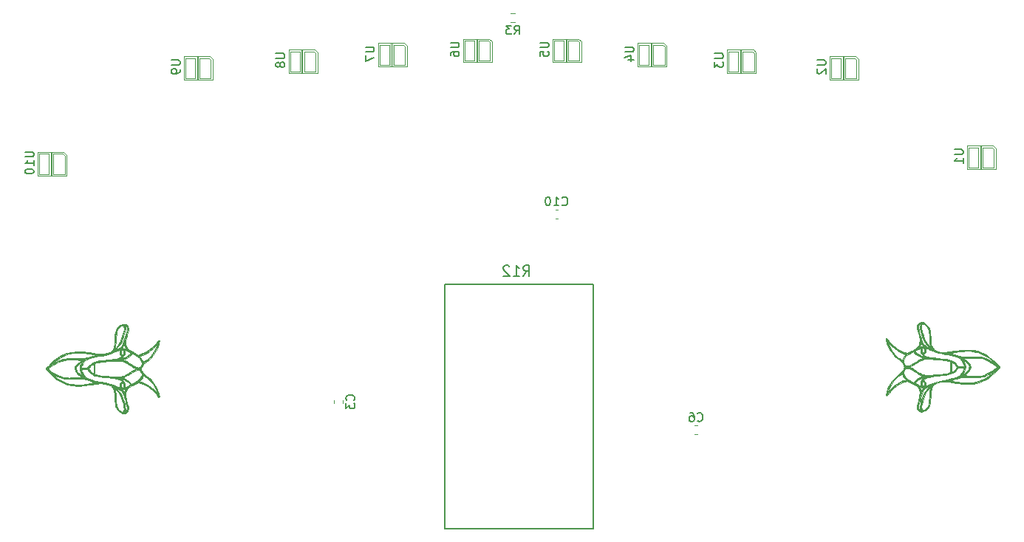
<source format=gbr>
%TF.GenerationSoftware,KiCad,Pcbnew,(5.1.7)-1*%
%TF.CreationDate,2021-05-04T00:49:10+02:00*%
%TF.ProjectId,Kaszmir,4b61737a-6d69-4722-9e6b-696361645f70,rev?*%
%TF.SameCoordinates,Original*%
%TF.FileFunction,Legend,Bot*%
%TF.FilePolarity,Positive*%
%FSLAX46Y46*%
G04 Gerber Fmt 4.6, Leading zero omitted, Abs format (unit mm)*
G04 Created by KiCad (PCBNEW (5.1.7)-1) date 2021-05-04 00:49:10*
%MOMM*%
%LPD*%
G01*
G04 APERTURE LIST*
%ADD10C,0.120000*%
%ADD11C,0.010000*%
%ADD12C,0.150000*%
G04 APERTURE END LIST*
D10*
%TO.C,R3*%
X94762742Y-111522500D02*
X95237258Y-111522500D01*
X94762742Y-110477500D02*
X95237258Y-110477500D01*
%TO.C,U1*%
X150050000Y-125650000D02*
X147050000Y-125650000D01*
X147050000Y-125650000D02*
X147050000Y-128350000D01*
X147050000Y-128350000D02*
X150350000Y-128350000D01*
X150350000Y-128350000D02*
X150350000Y-125950000D01*
X150350000Y-125950000D02*
X150050000Y-125650000D01*
X147250000Y-125850000D02*
X147250000Y-128150000D01*
X148550000Y-125650000D02*
X148550000Y-128350000D01*
X148550000Y-128350000D02*
X148650000Y-128350000D01*
X148650000Y-128350000D02*
X148650000Y-125650000D01*
X147250000Y-125850000D02*
X148350000Y-125850000D01*
X148350000Y-125850000D02*
X148350000Y-128150000D01*
X148350000Y-128150000D02*
X147250000Y-128150000D01*
X148850000Y-125850000D02*
X149950000Y-125850000D01*
X149950000Y-125850000D02*
X150150000Y-126050000D01*
X150150000Y-126050000D02*
X150150000Y-128150000D01*
X150150000Y-128150000D02*
X148850000Y-128150000D01*
X148850000Y-128150000D02*
X148850000Y-125850000D01*
%TO.C,U2*%
X134300000Y-115400000D02*
X131300000Y-115400000D01*
X131300000Y-115400000D02*
X131300000Y-118100000D01*
X131300000Y-118100000D02*
X134600000Y-118100000D01*
X134600000Y-118100000D02*
X134600000Y-115700000D01*
X134600000Y-115700000D02*
X134300000Y-115400000D01*
X131500000Y-115600000D02*
X131500000Y-117900000D01*
X132800000Y-115400000D02*
X132800000Y-118100000D01*
X132800000Y-118100000D02*
X132900000Y-118100000D01*
X132900000Y-118100000D02*
X132900000Y-115400000D01*
X131500000Y-115600000D02*
X132600000Y-115600000D01*
X132600000Y-115600000D02*
X132600000Y-117900000D01*
X132600000Y-117900000D02*
X131500000Y-117900000D01*
X133100000Y-115600000D02*
X134200000Y-115600000D01*
X134200000Y-115600000D02*
X134400000Y-115800000D01*
X134400000Y-115800000D02*
X134400000Y-117900000D01*
X134400000Y-117900000D02*
X133100000Y-117900000D01*
X133100000Y-117900000D02*
X133100000Y-115600000D01*
%TO.C,U9*%
X60300000Y-115400000D02*
X57300000Y-115400000D01*
X57300000Y-115400000D02*
X57300000Y-118100000D01*
X57300000Y-118100000D02*
X60600000Y-118100000D01*
X60600000Y-118100000D02*
X60600000Y-115700000D01*
X60600000Y-115700000D02*
X60300000Y-115400000D01*
X57500000Y-115600000D02*
X57500000Y-117900000D01*
X58800000Y-115400000D02*
X58800000Y-118100000D01*
X58800000Y-118100000D02*
X58900000Y-118100000D01*
X58900000Y-118100000D02*
X58900000Y-115400000D01*
X57500000Y-115600000D02*
X58600000Y-115600000D01*
X58600000Y-115600000D02*
X58600000Y-117900000D01*
X58600000Y-117900000D02*
X57500000Y-117900000D01*
X59100000Y-115600000D02*
X60200000Y-115600000D01*
X60200000Y-115600000D02*
X60400000Y-115800000D01*
X60400000Y-115800000D02*
X60400000Y-117900000D01*
X60400000Y-117900000D02*
X59100000Y-117900000D01*
X59100000Y-117900000D02*
X59100000Y-115600000D01*
%TO.C,U3*%
X122550000Y-114650000D02*
X119550000Y-114650000D01*
X119550000Y-114650000D02*
X119550000Y-117350000D01*
X119550000Y-117350000D02*
X122850000Y-117350000D01*
X122850000Y-117350000D02*
X122850000Y-114950000D01*
X122850000Y-114950000D02*
X122550000Y-114650000D01*
X119750000Y-114850000D02*
X119750000Y-117150000D01*
X121050000Y-114650000D02*
X121050000Y-117350000D01*
X121050000Y-117350000D02*
X121150000Y-117350000D01*
X121150000Y-117350000D02*
X121150000Y-114650000D01*
X119750000Y-114850000D02*
X120850000Y-114850000D01*
X120850000Y-114850000D02*
X120850000Y-117150000D01*
X120850000Y-117150000D02*
X119750000Y-117150000D01*
X121350000Y-114850000D02*
X122450000Y-114850000D01*
X122450000Y-114850000D02*
X122650000Y-115050000D01*
X122650000Y-115050000D02*
X122650000Y-117150000D01*
X122650000Y-117150000D02*
X121350000Y-117150000D01*
X121350000Y-117150000D02*
X121350000Y-114850000D01*
%TO.C,U8*%
X72300000Y-114650000D02*
X69300000Y-114650000D01*
X69300000Y-114650000D02*
X69300000Y-117350000D01*
X69300000Y-117350000D02*
X72600000Y-117350000D01*
X72600000Y-117350000D02*
X72600000Y-114950000D01*
X72600000Y-114950000D02*
X72300000Y-114650000D01*
X69500000Y-114850000D02*
X69500000Y-117150000D01*
X70800000Y-114650000D02*
X70800000Y-117350000D01*
X70800000Y-117350000D02*
X70900000Y-117350000D01*
X70900000Y-117350000D02*
X70900000Y-114650000D01*
X69500000Y-114850000D02*
X70600000Y-114850000D01*
X70600000Y-114850000D02*
X70600000Y-117150000D01*
X70600000Y-117150000D02*
X69500000Y-117150000D01*
X71100000Y-114850000D02*
X72200000Y-114850000D01*
X72200000Y-114850000D02*
X72400000Y-115050000D01*
X72400000Y-115050000D02*
X72400000Y-117150000D01*
X72400000Y-117150000D02*
X71100000Y-117150000D01*
X71100000Y-117150000D02*
X71100000Y-114850000D01*
%TO.C,U4*%
X112300000Y-113900000D02*
X109300000Y-113900000D01*
X109300000Y-113900000D02*
X109300000Y-116600000D01*
X109300000Y-116600000D02*
X112600000Y-116600000D01*
X112600000Y-116600000D02*
X112600000Y-114200000D01*
X112600000Y-114200000D02*
X112300000Y-113900000D01*
X109500000Y-114100000D02*
X109500000Y-116400000D01*
X110800000Y-113900000D02*
X110800000Y-116600000D01*
X110800000Y-116600000D02*
X110900000Y-116600000D01*
X110900000Y-116600000D02*
X110900000Y-113900000D01*
X109500000Y-114100000D02*
X110600000Y-114100000D01*
X110600000Y-114100000D02*
X110600000Y-116400000D01*
X110600000Y-116400000D02*
X109500000Y-116400000D01*
X111100000Y-114100000D02*
X112200000Y-114100000D01*
X112200000Y-114100000D02*
X112400000Y-114300000D01*
X112400000Y-114300000D02*
X112400000Y-116400000D01*
X112400000Y-116400000D02*
X111100000Y-116400000D01*
X111100000Y-116400000D02*
X111100000Y-114100000D01*
%TO.C,U10*%
X43550000Y-126400000D02*
X40550000Y-126400000D01*
X40550000Y-126400000D02*
X40550000Y-129100000D01*
X40550000Y-129100000D02*
X43850000Y-129100000D01*
X43850000Y-129100000D02*
X43850000Y-126700000D01*
X43850000Y-126700000D02*
X43550000Y-126400000D01*
X40750000Y-126600000D02*
X40750000Y-128900000D01*
X42050000Y-126400000D02*
X42050000Y-129100000D01*
X42050000Y-129100000D02*
X42150000Y-129100000D01*
X42150000Y-129100000D02*
X42150000Y-126400000D01*
X40750000Y-126600000D02*
X41850000Y-126600000D01*
X41850000Y-126600000D02*
X41850000Y-128900000D01*
X41850000Y-128900000D02*
X40750000Y-128900000D01*
X42350000Y-126600000D02*
X43450000Y-126600000D01*
X43450000Y-126600000D02*
X43650000Y-126800000D01*
X43650000Y-126800000D02*
X43650000Y-128900000D01*
X43650000Y-128900000D02*
X42350000Y-128900000D01*
X42350000Y-128900000D02*
X42350000Y-126600000D01*
%TO.C,U6*%
X92300000Y-113400000D02*
X89300000Y-113400000D01*
X89300000Y-113400000D02*
X89300000Y-116100000D01*
X89300000Y-116100000D02*
X92600000Y-116100000D01*
X92600000Y-116100000D02*
X92600000Y-113700000D01*
X92600000Y-113700000D02*
X92300000Y-113400000D01*
X89500000Y-113600000D02*
X89500000Y-115900000D01*
X90800000Y-113400000D02*
X90800000Y-116100000D01*
X90800000Y-116100000D02*
X90900000Y-116100000D01*
X90900000Y-116100000D02*
X90900000Y-113400000D01*
X89500000Y-113600000D02*
X90600000Y-113600000D01*
X90600000Y-113600000D02*
X90600000Y-115900000D01*
X90600000Y-115900000D02*
X89500000Y-115900000D01*
X91100000Y-113600000D02*
X92200000Y-113600000D01*
X92200000Y-113600000D02*
X92400000Y-113800000D01*
X92400000Y-113800000D02*
X92400000Y-115900000D01*
X92400000Y-115900000D02*
X91100000Y-115900000D01*
X91100000Y-115900000D02*
X91100000Y-113600000D01*
%TO.C,U7*%
X82550000Y-113900000D02*
X79550000Y-113900000D01*
X79550000Y-113900000D02*
X79550000Y-116600000D01*
X79550000Y-116600000D02*
X82850000Y-116600000D01*
X82850000Y-116600000D02*
X82850000Y-114200000D01*
X82850000Y-114200000D02*
X82550000Y-113900000D01*
X79750000Y-114100000D02*
X79750000Y-116400000D01*
X81050000Y-113900000D02*
X81050000Y-116600000D01*
X81050000Y-116600000D02*
X81150000Y-116600000D01*
X81150000Y-116600000D02*
X81150000Y-113900000D01*
X79750000Y-114100000D02*
X80850000Y-114100000D01*
X80850000Y-114100000D02*
X80850000Y-116400000D01*
X80850000Y-116400000D02*
X79750000Y-116400000D01*
X81350000Y-114100000D02*
X82450000Y-114100000D01*
X82450000Y-114100000D02*
X82650000Y-114300000D01*
X82650000Y-114300000D02*
X82650000Y-116400000D01*
X82650000Y-116400000D02*
X81350000Y-116400000D01*
X81350000Y-116400000D02*
X81350000Y-114100000D01*
%TO.C,U5*%
X102550000Y-113400000D02*
X99550000Y-113400000D01*
X99550000Y-113400000D02*
X99550000Y-116100000D01*
X99550000Y-116100000D02*
X102850000Y-116100000D01*
X102850000Y-116100000D02*
X102850000Y-113700000D01*
X102850000Y-113700000D02*
X102550000Y-113400000D01*
X99750000Y-113600000D02*
X99750000Y-115900000D01*
X101050000Y-113400000D02*
X101050000Y-116100000D01*
X101050000Y-116100000D02*
X101150000Y-116100000D01*
X101150000Y-116100000D02*
X101150000Y-113400000D01*
X99750000Y-113600000D02*
X100850000Y-113600000D01*
X100850000Y-113600000D02*
X100850000Y-115900000D01*
X100850000Y-115900000D02*
X99750000Y-115900000D01*
X101350000Y-113600000D02*
X102450000Y-113600000D01*
X102450000Y-113600000D02*
X102650000Y-113800000D01*
X102650000Y-113800000D02*
X102650000Y-115900000D01*
X102650000Y-115900000D02*
X101350000Y-115900000D01*
X101350000Y-115900000D02*
X101350000Y-113600000D01*
D11*
%TO.C,G\u002A\u002A\u002A*%
G36*
X137775678Y-147989561D02*
G01*
X137842956Y-148244792D01*
X137873300Y-148343077D01*
X138093861Y-148875662D01*
X138402531Y-149374789D01*
X138787261Y-149824075D01*
X139236005Y-150207140D01*
X139253153Y-150219454D01*
X139462007Y-150387838D01*
X139614140Y-150550168D01*
X139669853Y-150637214D01*
X139747780Y-150788055D01*
X139821603Y-150918197D01*
X139831220Y-150933658D01*
X139875073Y-151028338D01*
X139848098Y-151103669D01*
X139820504Y-151136858D01*
X139746102Y-151245927D01*
X139671906Y-151391498D01*
X139664006Y-151410111D01*
X139579444Y-151537377D01*
X139579444Y-151812800D01*
X139622121Y-151854470D01*
X139687421Y-151960540D01*
X139725550Y-152034686D01*
X139811902Y-152188630D01*
X139903009Y-152315301D01*
X139934482Y-152348446D01*
X139994124Y-152414584D01*
X139993389Y-152465837D01*
X139920661Y-152514838D01*
X139764323Y-152574222D01*
X139710202Y-152592374D01*
X139281205Y-152779049D01*
X138847130Y-153052798D01*
X138426426Y-153401855D01*
X138396685Y-153430017D01*
X137994208Y-153814542D01*
X138094525Y-153550530D01*
X138337062Y-153049270D01*
X138663504Y-152587328D01*
X139057734Y-152186191D01*
X139210440Y-152062851D01*
X139368114Y-151946853D01*
X139495386Y-151859448D01*
X139570506Y-151815372D01*
X139579444Y-151812800D01*
X139579444Y-151537377D01*
X139555556Y-151573329D01*
X139355299Y-151755454D01*
X139258023Y-151827870D01*
X138839198Y-152178129D01*
X138471164Y-152588528D01*
X138165793Y-153040992D01*
X137934958Y-153517448D01*
X137790532Y-153999823D01*
X137774592Y-154086100D01*
X137764791Y-154238376D01*
X137797732Y-154301562D01*
X137868578Y-154276333D01*
X137972488Y-154163367D01*
X138052948Y-154047145D01*
X138306602Y-153723473D01*
X138636766Y-153410309D01*
X139018657Y-153126044D01*
X139427491Y-152889069D01*
X139838483Y-152717774D01*
X139849082Y-152714328D01*
X140197964Y-152601748D01*
X140731882Y-152880374D01*
X141058044Y-153065019D01*
X141297346Y-153239530D01*
X141461255Y-153419363D01*
X141561236Y-153619974D01*
X141608754Y-153856822D01*
X141616808Y-154073400D01*
X141597779Y-154284944D01*
X141548391Y-154556859D01*
X141475105Y-154854825D01*
X141458998Y-154911600D01*
X141373342Y-155226986D01*
X141324398Y-155465897D01*
X141311192Y-155646208D01*
X141332755Y-155785799D01*
X141388114Y-155902546D01*
X141403881Y-155925748D01*
X141574408Y-156090130D01*
X141779190Y-156164591D01*
X142005249Y-156149165D01*
X142239606Y-156043884D01*
X142394606Y-155923276D01*
X142549054Y-155762924D01*
X142666245Y-155592501D01*
X142752072Y-155393914D01*
X142812425Y-155149073D01*
X142853198Y-154839885D01*
X142880281Y-154448258D01*
X142881243Y-154429000D01*
X142903127Y-154058361D01*
X142930213Y-153772232D01*
X142966593Y-153553529D01*
X143016364Y-153385166D01*
X143083620Y-153250060D01*
X143172456Y-153131125D01*
X143199612Y-153100723D01*
X143411605Y-152939233D01*
X143703483Y-152821170D01*
X144062563Y-152748082D01*
X144476164Y-152721513D01*
X144931605Y-152743009D01*
X145416203Y-152814116D01*
X145467288Y-152824323D01*
X145763416Y-152879655D01*
X146095076Y-152933393D01*
X146405724Y-152976609D01*
X146506308Y-152988394D01*
X147155000Y-153013479D01*
X147793203Y-152949951D01*
X148406788Y-152801519D01*
X148981627Y-152571896D01*
X149503590Y-152264790D01*
X149637437Y-152166121D01*
X149790906Y-152039936D01*
X149971718Y-151879811D01*
X150165093Y-151700272D01*
X150356255Y-151515846D01*
X150530424Y-151341060D01*
X150672822Y-151190440D01*
X150768671Y-151078514D01*
X150803200Y-151020199D01*
X150768350Y-150965810D01*
X150672618Y-150856127D01*
X150529232Y-150705357D01*
X150351418Y-150527708D01*
X150281971Y-150460339D01*
X149940953Y-150144652D01*
X149636964Y-149893617D01*
X149346442Y-149690333D01*
X149045826Y-149517897D01*
X148806375Y-149401743D01*
X148287695Y-149208828D01*
X147734410Y-149089502D01*
X147137501Y-149043185D01*
X146884840Y-149053340D01*
X146884840Y-149192494D01*
X147290706Y-149203311D01*
X147702355Y-149243849D01*
X148081640Y-149310675D01*
X148325226Y-149377079D01*
X148707911Y-149530896D01*
X149106679Y-149736172D01*
X149477575Y-149968735D01*
X149685441Y-150125178D01*
X149823768Y-150242175D01*
X149922860Y-150332032D01*
X149964282Y-150377897D01*
X149964282Y-150380082D01*
X149917261Y-150364966D01*
X149804774Y-150311127D01*
X149649884Y-150229697D01*
X149628183Y-150217854D01*
X149379308Y-150091052D01*
X149141527Y-149994156D01*
X148895949Y-149923841D01*
X148623684Y-149876784D01*
X148305840Y-149849659D01*
X148147830Y-149845313D01*
X148147830Y-149991134D01*
X148354992Y-149995336D01*
X148522457Y-150009121D01*
X148670771Y-150033248D01*
X148762396Y-150053799D01*
X149179454Y-150191327D01*
X149618739Y-150401363D01*
X150050486Y-150669124D01*
X150159498Y-150747610D01*
X150312532Y-150862222D01*
X150409554Y-150949152D01*
X150445916Y-151023119D01*
X150416970Y-151098841D01*
X150318069Y-151191039D01*
X150144563Y-151314432D01*
X149948626Y-151445680D01*
X149948626Y-151695960D01*
X149904812Y-151745565D01*
X149780326Y-151847082D01*
X149573830Y-152002653D01*
X149448886Y-152094454D01*
X149049764Y-152345678D01*
X148595808Y-152564091D01*
X148133154Y-152728148D01*
X148034600Y-152754854D01*
X147703285Y-152812817D01*
X147300670Y-152841029D01*
X146852455Y-152839966D01*
X146384339Y-152810101D01*
X145922022Y-152751910D01*
X145697800Y-152711687D01*
X145088200Y-152589822D01*
X145316800Y-152527441D01*
X145471456Y-152484036D01*
X145685395Y-152422455D01*
X145920572Y-152353682D01*
X146002600Y-152329429D01*
X146162610Y-152283310D01*
X146300148Y-152249331D01*
X146434507Y-152225933D01*
X146584978Y-152211559D01*
X146770855Y-152204648D01*
X147011431Y-152203644D01*
X147325999Y-152206987D01*
X147488754Y-152209372D01*
X147914887Y-152213033D01*
X148259301Y-152207378D01*
X148541710Y-152188946D01*
X148781825Y-152154278D01*
X148999360Y-152099914D01*
X149214027Y-152022395D01*
X149445539Y-151918260D01*
X149609400Y-151837186D01*
X149799583Y-151743913D01*
X149913104Y-151696123D01*
X149948626Y-151695960D01*
X149948626Y-151445680D01*
X149936496Y-151453806D01*
X149601579Y-151664359D01*
X149293349Y-151823944D01*
X148990447Y-151937579D01*
X148671515Y-152010283D01*
X148315194Y-152047075D01*
X147900125Y-152052974D01*
X147458680Y-152036016D01*
X146628760Y-151990600D01*
X146941151Y-151770713D01*
X147191216Y-151569852D01*
X147352243Y-151376890D01*
X147434257Y-151177147D01*
X147450020Y-151025400D01*
X147416520Y-150810771D01*
X147309662Y-150610044D01*
X147119907Y-150408931D01*
X146945367Y-150269593D01*
X146684319Y-150077421D01*
X146684319Y-150295984D01*
X146779096Y-150349902D01*
X146912655Y-150450570D01*
X147054413Y-150571827D01*
X147173785Y-150687514D01*
X147240150Y-150771400D01*
X147291110Y-150974831D01*
X147264477Y-151190945D01*
X147217563Y-151296961D01*
X147143760Y-151388617D01*
X147026713Y-151503352D01*
X146893097Y-151618525D01*
X146769583Y-151711496D01*
X146682846Y-151759625D01*
X146669696Y-151762000D01*
X146670849Y-151722137D01*
X146711727Y-151620488D01*
X146748572Y-151546100D01*
X146842628Y-151267555D01*
X146863041Y-150957765D01*
X146809915Y-150655367D01*
X146745758Y-150499184D01*
X146689826Y-150377138D01*
X146672445Y-150305114D01*
X146684319Y-150295984D01*
X146684319Y-150077421D01*
X146641062Y-150045576D01*
X147532227Y-150008450D01*
X147880424Y-149995758D01*
X148147830Y-149991134D01*
X148147830Y-149845313D01*
X147923527Y-149839142D01*
X147489222Y-149841416D01*
X146459800Y-149857000D01*
X145850200Y-149682977D01*
X145614070Y-149613807D01*
X145413595Y-149551772D01*
X145269061Y-149503380D01*
X145200754Y-149475144D01*
X145199367Y-149474105D01*
X145226703Y-149450746D01*
X145338421Y-149417108D01*
X145518202Y-149376388D01*
X145749727Y-149331784D01*
X146016676Y-149286492D01*
X146302728Y-149243708D01*
X146522904Y-149214833D01*
X146884840Y-149192494D01*
X146884840Y-149053340D01*
X146487952Y-149069293D01*
X145776745Y-149167246D01*
X145621600Y-149196326D01*
X145013759Y-149291829D01*
X144480844Y-149326699D01*
X144024162Y-149301242D01*
X143645021Y-149215763D01*
X143344728Y-149070568D01*
X143124590Y-148865961D01*
X142985915Y-148602249D01*
X142978529Y-148579096D01*
X142954438Y-148458634D01*
X142928923Y-148260711D01*
X142904521Y-148009390D01*
X142883773Y-147728732D01*
X142877505Y-147621800D01*
X142858242Y-147335492D01*
X142833513Y-147068741D01*
X142806053Y-146845899D01*
X142778598Y-146691319D01*
X142769088Y-146656600D01*
X142675863Y-146470028D01*
X142527944Y-146275792D01*
X142350085Y-146098517D01*
X142167045Y-145962824D01*
X142008536Y-145895447D01*
X142008536Y-146097061D01*
X142147468Y-146127833D01*
X142295969Y-146232619D01*
X142440058Y-146401217D01*
X142565757Y-146623427D01*
X142577501Y-146649872D01*
X142624433Y-146774643D01*
X142659484Y-146914026D01*
X142685653Y-147088942D01*
X142705937Y-147320312D01*
X142723334Y-147629060D01*
X142726011Y-147686191D01*
X142740416Y-147957042D01*
X142756572Y-148191086D01*
X142772918Y-148369935D01*
X142787895Y-148475202D01*
X142794624Y-148494757D01*
X142824566Y-148569940D01*
X142827600Y-148605431D01*
X142797862Y-148626804D01*
X142708970Y-148566175D01*
X142645476Y-148508065D01*
X142468955Y-148310228D01*
X142314232Y-148071518D01*
X142173933Y-147776575D01*
X142040686Y-147410042D01*
X141915636Y-146987821D01*
X141838816Y-146651019D01*
X141815950Y-146396676D01*
X141846942Y-146221222D01*
X141893152Y-146150504D01*
X142008536Y-146097061D01*
X142008536Y-145895447D01*
X142003579Y-145893339D01*
X142001253Y-145892899D01*
X141760197Y-145893265D01*
X141704589Y-145916807D01*
X141704589Y-146095903D01*
X141685989Y-146176755D01*
X141658510Y-146252012D01*
X141643472Y-146388849D01*
X141666945Y-146605848D01*
X141726298Y-146890277D01*
X141818898Y-147229402D01*
X141935396Y-147591022D01*
X142072048Y-147941688D01*
X142222019Y-148222098D01*
X142403947Y-148463458D01*
X142544145Y-148610276D01*
X142663975Y-148729485D01*
X142747966Y-148817929D01*
X142776800Y-148854555D01*
X142735985Y-148841610D01*
X142628647Y-148790764D01*
X142477443Y-148712793D01*
X142467259Y-148707374D01*
X142322401Y-148619094D01*
X142322401Y-148893506D01*
X142383863Y-148893555D01*
X142420041Y-148902014D01*
X142533790Y-148939358D01*
X142700192Y-149004395D01*
X142853000Y-149069779D01*
X143076967Y-149162948D01*
X143330382Y-149258598D01*
X143488000Y-149312805D01*
X143611420Y-149351176D01*
X143738770Y-149386389D01*
X143885405Y-149421667D01*
X144066680Y-149460232D01*
X144297953Y-149505305D01*
X144594578Y-149560108D01*
X144971912Y-149627864D01*
X145088200Y-149648544D01*
X145536564Y-149749213D01*
X145896999Y-149879320D01*
X146180531Y-150045271D01*
X146398186Y-150253474D01*
X146556816Y-150501894D01*
X146651401Y-150704130D01*
X146688041Y-150834314D01*
X146660059Y-150908107D01*
X146560778Y-150941173D01*
X146383523Y-150949173D01*
X146366152Y-150949200D01*
X146043904Y-150949200D01*
X146043904Y-151101600D01*
X146701100Y-151101600D01*
X146668393Y-151266700D01*
X146621551Y-151409143D01*
X146540300Y-151581118D01*
X146495811Y-151658714D01*
X146324732Y-151876711D01*
X146098327Y-152057358D01*
X145806092Y-152205655D01*
X145437525Y-152326606D01*
X144982123Y-152425212D01*
X144834200Y-152450043D01*
X144374376Y-152527670D01*
X143991937Y-152603856D01*
X143662977Y-152685058D01*
X143363587Y-152777731D01*
X143069859Y-152888333D01*
X142827600Y-152991962D01*
X142802200Y-153002681D01*
X142802200Y-153168350D01*
X142801456Y-153169137D01*
X142801456Y-153429626D01*
X142808763Y-153476762D01*
X142805584Y-153489200D01*
X142790068Y-153583759D01*
X142771581Y-153758158D01*
X142752051Y-153990754D01*
X142733409Y-154259903D01*
X142726333Y-154378200D01*
X142706521Y-154663608D01*
X142681656Y-154928614D01*
X142654454Y-155149160D01*
X142627630Y-155301191D01*
X142618300Y-155335394D01*
X142537594Y-155501303D01*
X142413147Y-155675112D01*
X142270230Y-155827706D01*
X142134115Y-155929974D01*
X142083652Y-155951315D01*
X141955733Y-155943644D01*
X141861968Y-155851623D01*
X141814811Y-155690161D01*
X141811600Y-155625731D01*
X141829493Y-155462817D01*
X141878016Y-155232292D01*
X141949434Y-154960622D01*
X142036012Y-154674272D01*
X142130016Y-154399709D01*
X142223709Y-154163400D01*
X142265279Y-154073400D01*
X142349698Y-153924513D01*
X142453042Y-153773939D01*
X142562601Y-153635419D01*
X142665664Y-153522698D01*
X142749519Y-153449519D01*
X142801456Y-153429626D01*
X142801456Y-153169137D01*
X142516455Y-153470740D01*
X142365039Y-153642878D01*
X142229801Y-153817396D01*
X142137244Y-153959798D01*
X142129772Y-153974065D01*
X142043759Y-154171316D01*
X141946000Y-154436885D01*
X141846654Y-154739876D01*
X141755875Y-155049397D01*
X141686736Y-155321724D01*
X141643377Y-155566521D01*
X141643030Y-155747919D01*
X141658794Y-155824585D01*
X141707244Y-155993521D01*
X141577521Y-155871660D01*
X141490621Y-155767163D01*
X141463241Y-155649403D01*
X141468686Y-155546600D01*
X141496490Y-155378479D01*
X141548690Y-155150186D01*
X141618865Y-154882926D01*
X141700592Y-154597900D01*
X141787446Y-154316312D01*
X141873006Y-154059364D01*
X141950847Y-153848260D01*
X142014548Y-153704202D01*
X142038951Y-153664121D01*
X142145715Y-153560086D01*
X142308435Y-153440668D01*
X142479959Y-153338379D01*
X142802200Y-153168350D01*
X142802200Y-153002681D01*
X142652944Y-153065671D01*
X142497126Y-153124478D01*
X142421006Y-153148267D01*
X142341962Y-153161482D01*
X142308309Y-153132003D01*
X142305751Y-153036002D01*
X142310934Y-152964784D01*
X142309773Y-152807531D01*
X142262430Y-152694600D01*
X142185764Y-152607219D01*
X142043472Y-152464927D01*
X142168836Y-152367305D01*
X142291165Y-152292086D01*
X142456441Y-152228103D01*
X142676884Y-152172738D01*
X142964714Y-152123375D01*
X143332150Y-152077398D01*
X143691200Y-152041336D01*
X144176448Y-151992145D01*
X144573216Y-151940936D01*
X144894598Y-151883514D01*
X145153691Y-151815684D01*
X145363589Y-151733249D01*
X145537389Y-151632016D01*
X145688186Y-151507789D01*
X145828973Y-151356495D01*
X146043904Y-151101600D01*
X146043904Y-150949200D01*
X145828973Y-150694304D01*
X145689963Y-150544522D01*
X145541811Y-150421597D01*
X145409656Y-150343828D01*
X145409656Y-150516193D01*
X145534202Y-150594372D01*
X145674795Y-150741519D01*
X145723896Y-150805822D01*
X145810789Y-150931278D01*
X145843674Y-151011896D01*
X145828924Y-151084551D01*
X145785801Y-151163968D01*
X145682772Y-151304756D01*
X145555588Y-151435766D01*
X145551704Y-151439087D01*
X145442737Y-151515168D01*
X145359391Y-151545488D01*
X145348504Y-151544050D01*
X145321840Y-151488152D01*
X145300582Y-151357774D01*
X145285577Y-151179937D01*
X145277673Y-150981657D01*
X145277717Y-150789954D01*
X145286555Y-150631847D01*
X145305037Y-150534354D01*
X145316316Y-150517698D01*
X145409656Y-150516193D01*
X145409656Y-150343828D01*
X145371449Y-150321344D01*
X145165806Y-150239582D01*
X144911812Y-150172129D01*
X144596398Y-150114803D01*
X144206494Y-150063420D01*
X143729031Y-150013799D01*
X143691200Y-150010208D01*
X143252308Y-149964560D01*
X142902690Y-149917950D01*
X142751400Y-149890084D01*
X142751400Y-150116474D01*
X143029972Y-150124975D01*
X143356761Y-150144474D01*
X143708419Y-150172613D01*
X144061598Y-150207033D01*
X144392949Y-150245374D01*
X144679125Y-150285277D01*
X144896777Y-150324383D01*
X144961200Y-150339750D01*
X145139000Y-150387476D01*
X145139000Y-151663323D01*
X144961200Y-151711049D01*
X144721852Y-151762587D01*
X144417386Y-151808883D01*
X144066712Y-151848908D01*
X143688740Y-151881631D01*
X143302379Y-151906023D01*
X142926539Y-151921055D01*
X142580130Y-151925696D01*
X142282062Y-151918917D01*
X142091000Y-151903001D01*
X142091000Y-152211442D01*
X141957507Y-152355021D01*
X141939246Y-152377039D01*
X141939246Y-152694522D01*
X142045398Y-152699233D01*
X142129153Y-152781073D01*
X142166870Y-152915577D01*
X142167200Y-152930400D01*
X142141269Y-153057240D01*
X142091646Y-153133063D01*
X141986687Y-153179973D01*
X141908516Y-153135254D01*
X141866761Y-153007418D01*
X141862400Y-152930400D01*
X141882610Y-152765404D01*
X141939246Y-152694522D01*
X141939246Y-152377039D01*
X141851233Y-152483165D01*
X141769578Y-152604772D01*
X141763785Y-152615579D01*
X141722970Y-152744732D01*
X141701530Y-152908730D01*
X141700790Y-152933079D01*
X141688597Y-153059375D01*
X141686195Y-153065555D01*
X141686195Y-153346134D01*
X141803428Y-153359158D01*
X141855032Y-153366914D01*
X142064427Y-153400397D01*
X141925313Y-153563278D01*
X141786200Y-153726159D01*
X141704029Y-153544179D01*
X141654685Y-153425628D01*
X141633060Y-153354650D01*
X141633747Y-153347815D01*
X141686195Y-153346134D01*
X141686195Y-153065555D01*
X141661572Y-153128913D01*
X141651522Y-153133600D01*
X141575328Y-153111492D01*
X141452570Y-153056160D01*
X141314016Y-152984094D01*
X141190434Y-152911781D01*
X141112591Y-152855710D01*
X141100400Y-152838253D01*
X141137494Y-152774007D01*
X141232245Y-152672679D01*
X141359859Y-152556552D01*
X141495539Y-152447907D01*
X141614489Y-152369027D01*
X141633800Y-152358926D01*
X141794851Y-152292366D01*
X141938600Y-152247850D01*
X142091000Y-152211442D01*
X142091000Y-151903001D01*
X142051244Y-151899689D01*
X141932043Y-151875996D01*
X141802696Y-151821066D01*
X141617930Y-151722748D01*
X141405246Y-151596367D01*
X141245478Y-151493403D01*
X141034982Y-151356447D01*
X140838044Y-151234999D01*
X140679982Y-151144310D01*
X140600898Y-151105120D01*
X140433127Y-151035627D01*
X140728663Y-150875878D01*
X140923086Y-150763806D01*
X141151026Y-150622280D01*
X141363793Y-150481548D01*
X141367678Y-150478867D01*
X141591838Y-150333729D01*
X141792386Y-150231977D01*
X141996148Y-150166585D01*
X142229948Y-150130530D01*
X142520611Y-150116784D01*
X142751400Y-150116474D01*
X142751400Y-149890084D01*
X142630033Y-149867729D01*
X142422024Y-149811249D01*
X142266351Y-149745862D01*
X142167441Y-149682441D01*
X142040682Y-149583767D01*
X142185854Y-149432240D01*
X142283006Y-149309214D01*
X142315727Y-149186374D01*
X142311454Y-149075485D01*
X142303294Y-148946114D01*
X142322401Y-148893506D01*
X142322401Y-148619094D01*
X142288038Y-148598152D01*
X142130332Y-148478423D01*
X142039355Y-148386895D01*
X141985379Y-148284353D01*
X141914021Y-148104205D01*
X141831691Y-147867624D01*
X141773973Y-147687051D01*
X141773973Y-148301817D01*
X141914699Y-148469808D01*
X142055425Y-148637800D01*
X142020119Y-148645411D01*
X142020119Y-148862333D01*
X142075066Y-148900366D01*
X142147549Y-149020130D01*
X142162791Y-149166657D01*
X142118976Y-149293658D01*
X142091646Y-149323063D01*
X141986582Y-149369201D01*
X141907540Y-149324332D01*
X141865982Y-149198001D01*
X141862400Y-149132154D01*
X141881991Y-148957379D01*
X141936631Y-148865187D01*
X142020119Y-148862333D01*
X142020119Y-148645411D01*
X141873421Y-148677036D01*
X141744229Y-148699462D01*
X141661533Y-148703942D01*
X141657511Y-148703019D01*
X141657511Y-148917200D01*
X141689041Y-148962552D01*
X141707763Y-149077091D01*
X141710000Y-149141850D01*
X141727835Y-149312155D01*
X141793555Y-149463861D01*
X141879066Y-149586350D01*
X141964778Y-149709390D01*
X142008650Y-149796323D01*
X142006709Y-149822918D01*
X141941619Y-149812061D01*
X141816125Y-149766675D01*
X141697943Y-149715089D01*
X141531846Y-149622822D01*
X141366063Y-149506600D01*
X141223724Y-149385709D01*
X141127955Y-149279435D01*
X141100400Y-149216827D01*
X141141825Y-149173553D01*
X141245645Y-149106048D01*
X141381180Y-149030813D01*
X141517746Y-148964350D01*
X141624662Y-148923160D01*
X141657511Y-148917200D01*
X141657511Y-148703019D01*
X141654974Y-148702436D01*
X141649221Y-148651984D01*
X141678600Y-148542214D01*
X141696251Y-148495208D01*
X141773973Y-148301817D01*
X141773973Y-147687051D01*
X141744799Y-147595778D01*
X141659755Y-147309839D01*
X141582972Y-147030976D01*
X141520857Y-146780359D01*
X141479823Y-146579159D01*
X141469267Y-146504200D01*
X141467630Y-146352854D01*
X141514643Y-146246597D01*
X141578898Y-146177844D01*
X141671055Y-146098282D01*
X141704589Y-146095903D01*
X141704589Y-145916807D01*
X141552023Y-145981398D01*
X141399381Y-146144551D01*
X141335892Y-146278857D01*
X141310545Y-146426480D01*
X141324145Y-146609319D01*
X141377500Y-146849275D01*
X141432405Y-147041347D01*
X141545085Y-147461963D01*
X141606258Y-147808949D01*
X141617478Y-148095321D01*
X141584744Y-148317494D01*
X141517296Y-148518419D01*
X141419703Y-148685208D01*
X141276084Y-148833643D01*
X141070561Y-148979504D01*
X140907256Y-149071194D01*
X140907256Y-149266260D01*
X141081336Y-149469634D01*
X141268947Y-149638221D01*
X141526949Y-149799356D01*
X141824738Y-149934531D01*
X141887800Y-149957313D01*
X141932661Y-149983563D01*
X141906248Y-150016245D01*
X141797286Y-150065713D01*
X141749448Y-150084366D01*
X141584269Y-150162150D01*
X141382800Y-150277272D01*
X141190648Y-150403448D01*
X140894607Y-150600103D01*
X140622869Y-150753361D01*
X140391520Y-150855214D01*
X140216643Y-150897653D01*
X140198342Y-150898333D01*
X140198342Y-151158256D01*
X140376728Y-151190473D01*
X140600885Y-151284935D01*
X140880122Y-151444493D01*
X141197714Y-151654016D01*
X141388705Y-151778632D01*
X141570142Y-151885114D01*
X141710734Y-151955445D01*
X141741786Y-151967307D01*
X141855067Y-152013465D01*
X141911713Y-152053730D01*
X141913200Y-152058815D01*
X141869530Y-152093612D01*
X141757072Y-152146242D01*
X141652208Y-152186448D01*
X141384239Y-152326299D01*
X141142115Y-152528246D01*
X140893012Y-152777348D01*
X140588804Y-152623785D01*
X140288435Y-152439250D01*
X140053796Y-152227881D01*
X139890365Y-152001144D01*
X139803621Y-151770510D01*
X139799043Y-151547445D01*
X139882111Y-151343418D01*
X139941636Y-151269142D01*
X140056414Y-151185430D01*
X140198342Y-151158256D01*
X140198342Y-150898333D01*
X140196543Y-150898400D01*
X140035109Y-150851537D01*
X139898340Y-150726692D01*
X139810131Y-150547481D01*
X139800341Y-150506805D01*
X139803428Y-150272598D01*
X139897848Y-150032977D01*
X140074830Y-149799888D01*
X140325600Y-149585278D01*
X140595926Y-149423419D01*
X140907256Y-149266260D01*
X140907256Y-149071194D01*
X140787254Y-149138572D01*
X140727382Y-149169513D01*
X140189555Y-149444875D01*
X139895677Y-149354001D01*
X139440620Y-149168870D01*
X138991665Y-148904339D01*
X138576500Y-148580288D01*
X138222810Y-148216597D01*
X138109998Y-148071740D01*
X137992895Y-147922044D01*
X137992895Y-148232801D01*
X138325071Y-148558867D01*
X138660164Y-148860574D01*
X139000393Y-149105574D01*
X139374738Y-149311350D01*
X139812175Y-149495385D01*
X139974527Y-149554050D01*
X139999938Y-149593238D01*
X139954791Y-149678114D01*
X139903329Y-149742804D01*
X139794025Y-149893281D01*
X139705338Y-150049728D01*
X139695020Y-150072900D01*
X139638191Y-150182666D01*
X139588921Y-150236799D01*
X139583294Y-150238000D01*
X139525547Y-150209235D01*
X139409691Y-150132791D01*
X139257756Y-150023441D01*
X139210440Y-149987948D01*
X138794955Y-149612325D01*
X138442107Y-149168024D01*
X138167728Y-148676162D01*
X138093868Y-148498541D01*
X137992895Y-148232801D01*
X137992895Y-147922044D01*
X137954632Y-147873131D01*
X137843239Y-147765926D01*
X137776097Y-147749809D01*
X137753484Y-147824460D01*
X137775678Y-147989561D01*
G37*
X137775678Y-147989561D02*
X137842956Y-148244792D01*
X137873300Y-148343077D01*
X138093861Y-148875662D01*
X138402531Y-149374789D01*
X138787261Y-149824075D01*
X139236005Y-150207140D01*
X139253153Y-150219454D01*
X139462007Y-150387838D01*
X139614140Y-150550168D01*
X139669853Y-150637214D01*
X139747780Y-150788055D01*
X139821603Y-150918197D01*
X139831220Y-150933658D01*
X139875073Y-151028338D01*
X139848098Y-151103669D01*
X139820504Y-151136858D01*
X139746102Y-151245927D01*
X139671906Y-151391498D01*
X139664006Y-151410111D01*
X139579444Y-151537377D01*
X139579444Y-151812800D01*
X139622121Y-151854470D01*
X139687421Y-151960540D01*
X139725550Y-152034686D01*
X139811902Y-152188630D01*
X139903009Y-152315301D01*
X139934482Y-152348446D01*
X139994124Y-152414584D01*
X139993389Y-152465837D01*
X139920661Y-152514838D01*
X139764323Y-152574222D01*
X139710202Y-152592374D01*
X139281205Y-152779049D01*
X138847130Y-153052798D01*
X138426426Y-153401855D01*
X138396685Y-153430017D01*
X137994208Y-153814542D01*
X138094525Y-153550530D01*
X138337062Y-153049270D01*
X138663504Y-152587328D01*
X139057734Y-152186191D01*
X139210440Y-152062851D01*
X139368114Y-151946853D01*
X139495386Y-151859448D01*
X139570506Y-151815372D01*
X139579444Y-151812800D01*
X139579444Y-151537377D01*
X139555556Y-151573329D01*
X139355299Y-151755454D01*
X139258023Y-151827870D01*
X138839198Y-152178129D01*
X138471164Y-152588528D01*
X138165793Y-153040992D01*
X137934958Y-153517448D01*
X137790532Y-153999823D01*
X137774592Y-154086100D01*
X137764791Y-154238376D01*
X137797732Y-154301562D01*
X137868578Y-154276333D01*
X137972488Y-154163367D01*
X138052948Y-154047145D01*
X138306602Y-153723473D01*
X138636766Y-153410309D01*
X139018657Y-153126044D01*
X139427491Y-152889069D01*
X139838483Y-152717774D01*
X139849082Y-152714328D01*
X140197964Y-152601748D01*
X140731882Y-152880374D01*
X141058044Y-153065019D01*
X141297346Y-153239530D01*
X141461255Y-153419363D01*
X141561236Y-153619974D01*
X141608754Y-153856822D01*
X141616808Y-154073400D01*
X141597779Y-154284944D01*
X141548391Y-154556859D01*
X141475105Y-154854825D01*
X141458998Y-154911600D01*
X141373342Y-155226986D01*
X141324398Y-155465897D01*
X141311192Y-155646208D01*
X141332755Y-155785799D01*
X141388114Y-155902546D01*
X141403881Y-155925748D01*
X141574408Y-156090130D01*
X141779190Y-156164591D01*
X142005249Y-156149165D01*
X142239606Y-156043884D01*
X142394606Y-155923276D01*
X142549054Y-155762924D01*
X142666245Y-155592501D01*
X142752072Y-155393914D01*
X142812425Y-155149073D01*
X142853198Y-154839885D01*
X142880281Y-154448258D01*
X142881243Y-154429000D01*
X142903127Y-154058361D01*
X142930213Y-153772232D01*
X142966593Y-153553529D01*
X143016364Y-153385166D01*
X143083620Y-153250060D01*
X143172456Y-153131125D01*
X143199612Y-153100723D01*
X143411605Y-152939233D01*
X143703483Y-152821170D01*
X144062563Y-152748082D01*
X144476164Y-152721513D01*
X144931605Y-152743009D01*
X145416203Y-152814116D01*
X145467288Y-152824323D01*
X145763416Y-152879655D01*
X146095076Y-152933393D01*
X146405724Y-152976609D01*
X146506308Y-152988394D01*
X147155000Y-153013479D01*
X147793203Y-152949951D01*
X148406788Y-152801519D01*
X148981627Y-152571896D01*
X149503590Y-152264790D01*
X149637437Y-152166121D01*
X149790906Y-152039936D01*
X149971718Y-151879811D01*
X150165093Y-151700272D01*
X150356255Y-151515846D01*
X150530424Y-151341060D01*
X150672822Y-151190440D01*
X150768671Y-151078514D01*
X150803200Y-151020199D01*
X150768350Y-150965810D01*
X150672618Y-150856127D01*
X150529232Y-150705357D01*
X150351418Y-150527708D01*
X150281971Y-150460339D01*
X149940953Y-150144652D01*
X149636964Y-149893617D01*
X149346442Y-149690333D01*
X149045826Y-149517897D01*
X148806375Y-149401743D01*
X148287695Y-149208828D01*
X147734410Y-149089502D01*
X147137501Y-149043185D01*
X146884840Y-149053340D01*
X146884840Y-149192494D01*
X147290706Y-149203311D01*
X147702355Y-149243849D01*
X148081640Y-149310675D01*
X148325226Y-149377079D01*
X148707911Y-149530896D01*
X149106679Y-149736172D01*
X149477575Y-149968735D01*
X149685441Y-150125178D01*
X149823768Y-150242175D01*
X149922860Y-150332032D01*
X149964282Y-150377897D01*
X149964282Y-150380082D01*
X149917261Y-150364966D01*
X149804774Y-150311127D01*
X149649884Y-150229697D01*
X149628183Y-150217854D01*
X149379308Y-150091052D01*
X149141527Y-149994156D01*
X148895949Y-149923841D01*
X148623684Y-149876784D01*
X148305840Y-149849659D01*
X148147830Y-149845313D01*
X148147830Y-149991134D01*
X148354992Y-149995336D01*
X148522457Y-150009121D01*
X148670771Y-150033248D01*
X148762396Y-150053799D01*
X149179454Y-150191327D01*
X149618739Y-150401363D01*
X150050486Y-150669124D01*
X150159498Y-150747610D01*
X150312532Y-150862222D01*
X150409554Y-150949152D01*
X150445916Y-151023119D01*
X150416970Y-151098841D01*
X150318069Y-151191039D01*
X150144563Y-151314432D01*
X149948626Y-151445680D01*
X149948626Y-151695960D01*
X149904812Y-151745565D01*
X149780326Y-151847082D01*
X149573830Y-152002653D01*
X149448886Y-152094454D01*
X149049764Y-152345678D01*
X148595808Y-152564091D01*
X148133154Y-152728148D01*
X148034600Y-152754854D01*
X147703285Y-152812817D01*
X147300670Y-152841029D01*
X146852455Y-152839966D01*
X146384339Y-152810101D01*
X145922022Y-152751910D01*
X145697800Y-152711687D01*
X145088200Y-152589822D01*
X145316800Y-152527441D01*
X145471456Y-152484036D01*
X145685395Y-152422455D01*
X145920572Y-152353682D01*
X146002600Y-152329429D01*
X146162610Y-152283310D01*
X146300148Y-152249331D01*
X146434507Y-152225933D01*
X146584978Y-152211559D01*
X146770855Y-152204648D01*
X147011431Y-152203644D01*
X147325999Y-152206987D01*
X147488754Y-152209372D01*
X147914887Y-152213033D01*
X148259301Y-152207378D01*
X148541710Y-152188946D01*
X148781825Y-152154278D01*
X148999360Y-152099914D01*
X149214027Y-152022395D01*
X149445539Y-151918260D01*
X149609400Y-151837186D01*
X149799583Y-151743913D01*
X149913104Y-151696123D01*
X149948626Y-151695960D01*
X149948626Y-151445680D01*
X149936496Y-151453806D01*
X149601579Y-151664359D01*
X149293349Y-151823944D01*
X148990447Y-151937579D01*
X148671515Y-152010283D01*
X148315194Y-152047075D01*
X147900125Y-152052974D01*
X147458680Y-152036016D01*
X146628760Y-151990600D01*
X146941151Y-151770713D01*
X147191216Y-151569852D01*
X147352243Y-151376890D01*
X147434257Y-151177147D01*
X147450020Y-151025400D01*
X147416520Y-150810771D01*
X147309662Y-150610044D01*
X147119907Y-150408931D01*
X146945367Y-150269593D01*
X146684319Y-150077421D01*
X146684319Y-150295984D01*
X146779096Y-150349902D01*
X146912655Y-150450570D01*
X147054413Y-150571827D01*
X147173785Y-150687514D01*
X147240150Y-150771400D01*
X147291110Y-150974831D01*
X147264477Y-151190945D01*
X147217563Y-151296961D01*
X147143760Y-151388617D01*
X147026713Y-151503352D01*
X146893097Y-151618525D01*
X146769583Y-151711496D01*
X146682846Y-151759625D01*
X146669696Y-151762000D01*
X146670849Y-151722137D01*
X146711727Y-151620488D01*
X146748572Y-151546100D01*
X146842628Y-151267555D01*
X146863041Y-150957765D01*
X146809915Y-150655367D01*
X146745758Y-150499184D01*
X146689826Y-150377138D01*
X146672445Y-150305114D01*
X146684319Y-150295984D01*
X146684319Y-150077421D01*
X146641062Y-150045576D01*
X147532227Y-150008450D01*
X147880424Y-149995758D01*
X148147830Y-149991134D01*
X148147830Y-149845313D01*
X147923527Y-149839142D01*
X147489222Y-149841416D01*
X146459800Y-149857000D01*
X145850200Y-149682977D01*
X145614070Y-149613807D01*
X145413595Y-149551772D01*
X145269061Y-149503380D01*
X145200754Y-149475144D01*
X145199367Y-149474105D01*
X145226703Y-149450746D01*
X145338421Y-149417108D01*
X145518202Y-149376388D01*
X145749727Y-149331784D01*
X146016676Y-149286492D01*
X146302728Y-149243708D01*
X146522904Y-149214833D01*
X146884840Y-149192494D01*
X146884840Y-149053340D01*
X146487952Y-149069293D01*
X145776745Y-149167246D01*
X145621600Y-149196326D01*
X145013759Y-149291829D01*
X144480844Y-149326699D01*
X144024162Y-149301242D01*
X143645021Y-149215763D01*
X143344728Y-149070568D01*
X143124590Y-148865961D01*
X142985915Y-148602249D01*
X142978529Y-148579096D01*
X142954438Y-148458634D01*
X142928923Y-148260711D01*
X142904521Y-148009390D01*
X142883773Y-147728732D01*
X142877505Y-147621800D01*
X142858242Y-147335492D01*
X142833513Y-147068741D01*
X142806053Y-146845899D01*
X142778598Y-146691319D01*
X142769088Y-146656600D01*
X142675863Y-146470028D01*
X142527944Y-146275792D01*
X142350085Y-146098517D01*
X142167045Y-145962824D01*
X142008536Y-145895447D01*
X142008536Y-146097061D01*
X142147468Y-146127833D01*
X142295969Y-146232619D01*
X142440058Y-146401217D01*
X142565757Y-146623427D01*
X142577501Y-146649872D01*
X142624433Y-146774643D01*
X142659484Y-146914026D01*
X142685653Y-147088942D01*
X142705937Y-147320312D01*
X142723334Y-147629060D01*
X142726011Y-147686191D01*
X142740416Y-147957042D01*
X142756572Y-148191086D01*
X142772918Y-148369935D01*
X142787895Y-148475202D01*
X142794624Y-148494757D01*
X142824566Y-148569940D01*
X142827600Y-148605431D01*
X142797862Y-148626804D01*
X142708970Y-148566175D01*
X142645476Y-148508065D01*
X142468955Y-148310228D01*
X142314232Y-148071518D01*
X142173933Y-147776575D01*
X142040686Y-147410042D01*
X141915636Y-146987821D01*
X141838816Y-146651019D01*
X141815950Y-146396676D01*
X141846942Y-146221222D01*
X141893152Y-146150504D01*
X142008536Y-146097061D01*
X142008536Y-145895447D01*
X142003579Y-145893339D01*
X142001253Y-145892899D01*
X141760197Y-145893265D01*
X141704589Y-145916807D01*
X141704589Y-146095903D01*
X141685989Y-146176755D01*
X141658510Y-146252012D01*
X141643472Y-146388849D01*
X141666945Y-146605848D01*
X141726298Y-146890277D01*
X141818898Y-147229402D01*
X141935396Y-147591022D01*
X142072048Y-147941688D01*
X142222019Y-148222098D01*
X142403947Y-148463458D01*
X142544145Y-148610276D01*
X142663975Y-148729485D01*
X142747966Y-148817929D01*
X142776800Y-148854555D01*
X142735985Y-148841610D01*
X142628647Y-148790764D01*
X142477443Y-148712793D01*
X142467259Y-148707374D01*
X142322401Y-148619094D01*
X142322401Y-148893506D01*
X142383863Y-148893555D01*
X142420041Y-148902014D01*
X142533790Y-148939358D01*
X142700192Y-149004395D01*
X142853000Y-149069779D01*
X143076967Y-149162948D01*
X143330382Y-149258598D01*
X143488000Y-149312805D01*
X143611420Y-149351176D01*
X143738770Y-149386389D01*
X143885405Y-149421667D01*
X144066680Y-149460232D01*
X144297953Y-149505305D01*
X144594578Y-149560108D01*
X144971912Y-149627864D01*
X145088200Y-149648544D01*
X145536564Y-149749213D01*
X145896999Y-149879320D01*
X146180531Y-150045271D01*
X146398186Y-150253474D01*
X146556816Y-150501894D01*
X146651401Y-150704130D01*
X146688041Y-150834314D01*
X146660059Y-150908107D01*
X146560778Y-150941173D01*
X146383523Y-150949173D01*
X146366152Y-150949200D01*
X146043904Y-150949200D01*
X146043904Y-151101600D01*
X146701100Y-151101600D01*
X146668393Y-151266700D01*
X146621551Y-151409143D01*
X146540300Y-151581118D01*
X146495811Y-151658714D01*
X146324732Y-151876711D01*
X146098327Y-152057358D01*
X145806092Y-152205655D01*
X145437525Y-152326606D01*
X144982123Y-152425212D01*
X144834200Y-152450043D01*
X144374376Y-152527670D01*
X143991937Y-152603856D01*
X143662977Y-152685058D01*
X143363587Y-152777731D01*
X143069859Y-152888333D01*
X142827600Y-152991962D01*
X142802200Y-153002681D01*
X142802200Y-153168350D01*
X142801456Y-153169137D01*
X142801456Y-153429626D01*
X142808763Y-153476762D01*
X142805584Y-153489200D01*
X142790068Y-153583759D01*
X142771581Y-153758158D01*
X142752051Y-153990754D01*
X142733409Y-154259903D01*
X142726333Y-154378200D01*
X142706521Y-154663608D01*
X142681656Y-154928614D01*
X142654454Y-155149160D01*
X142627630Y-155301191D01*
X142618300Y-155335394D01*
X142537594Y-155501303D01*
X142413147Y-155675112D01*
X142270230Y-155827706D01*
X142134115Y-155929974D01*
X142083652Y-155951315D01*
X141955733Y-155943644D01*
X141861968Y-155851623D01*
X141814811Y-155690161D01*
X141811600Y-155625731D01*
X141829493Y-155462817D01*
X141878016Y-155232292D01*
X141949434Y-154960622D01*
X142036012Y-154674272D01*
X142130016Y-154399709D01*
X142223709Y-154163400D01*
X142265279Y-154073400D01*
X142349698Y-153924513D01*
X142453042Y-153773939D01*
X142562601Y-153635419D01*
X142665664Y-153522698D01*
X142749519Y-153449519D01*
X142801456Y-153429626D01*
X142801456Y-153169137D01*
X142516455Y-153470740D01*
X142365039Y-153642878D01*
X142229801Y-153817396D01*
X142137244Y-153959798D01*
X142129772Y-153974065D01*
X142043759Y-154171316D01*
X141946000Y-154436885D01*
X141846654Y-154739876D01*
X141755875Y-155049397D01*
X141686736Y-155321724D01*
X141643377Y-155566521D01*
X141643030Y-155747919D01*
X141658794Y-155824585D01*
X141707244Y-155993521D01*
X141577521Y-155871660D01*
X141490621Y-155767163D01*
X141463241Y-155649403D01*
X141468686Y-155546600D01*
X141496490Y-155378479D01*
X141548690Y-155150186D01*
X141618865Y-154882926D01*
X141700592Y-154597900D01*
X141787446Y-154316312D01*
X141873006Y-154059364D01*
X141950847Y-153848260D01*
X142014548Y-153704202D01*
X142038951Y-153664121D01*
X142145715Y-153560086D01*
X142308435Y-153440668D01*
X142479959Y-153338379D01*
X142802200Y-153168350D01*
X142802200Y-153002681D01*
X142652944Y-153065671D01*
X142497126Y-153124478D01*
X142421006Y-153148267D01*
X142341962Y-153161482D01*
X142308309Y-153132003D01*
X142305751Y-153036002D01*
X142310934Y-152964784D01*
X142309773Y-152807531D01*
X142262430Y-152694600D01*
X142185764Y-152607219D01*
X142043472Y-152464927D01*
X142168836Y-152367305D01*
X142291165Y-152292086D01*
X142456441Y-152228103D01*
X142676884Y-152172738D01*
X142964714Y-152123375D01*
X143332150Y-152077398D01*
X143691200Y-152041336D01*
X144176448Y-151992145D01*
X144573216Y-151940936D01*
X144894598Y-151883514D01*
X145153691Y-151815684D01*
X145363589Y-151733249D01*
X145537389Y-151632016D01*
X145688186Y-151507789D01*
X145828973Y-151356495D01*
X146043904Y-151101600D01*
X146043904Y-150949200D01*
X145828973Y-150694304D01*
X145689963Y-150544522D01*
X145541811Y-150421597D01*
X145409656Y-150343828D01*
X145409656Y-150516193D01*
X145534202Y-150594372D01*
X145674795Y-150741519D01*
X145723896Y-150805822D01*
X145810789Y-150931278D01*
X145843674Y-151011896D01*
X145828924Y-151084551D01*
X145785801Y-151163968D01*
X145682772Y-151304756D01*
X145555588Y-151435766D01*
X145551704Y-151439087D01*
X145442737Y-151515168D01*
X145359391Y-151545488D01*
X145348504Y-151544050D01*
X145321840Y-151488152D01*
X145300582Y-151357774D01*
X145285577Y-151179937D01*
X145277673Y-150981657D01*
X145277717Y-150789954D01*
X145286555Y-150631847D01*
X145305037Y-150534354D01*
X145316316Y-150517698D01*
X145409656Y-150516193D01*
X145409656Y-150343828D01*
X145371449Y-150321344D01*
X145165806Y-150239582D01*
X144911812Y-150172129D01*
X144596398Y-150114803D01*
X144206494Y-150063420D01*
X143729031Y-150013799D01*
X143691200Y-150010208D01*
X143252308Y-149964560D01*
X142902690Y-149917950D01*
X142751400Y-149890084D01*
X142751400Y-150116474D01*
X143029972Y-150124975D01*
X143356761Y-150144474D01*
X143708419Y-150172613D01*
X144061598Y-150207033D01*
X144392949Y-150245374D01*
X144679125Y-150285277D01*
X144896777Y-150324383D01*
X144961200Y-150339750D01*
X145139000Y-150387476D01*
X145139000Y-151663323D01*
X144961200Y-151711049D01*
X144721852Y-151762587D01*
X144417386Y-151808883D01*
X144066712Y-151848908D01*
X143688740Y-151881631D01*
X143302379Y-151906023D01*
X142926539Y-151921055D01*
X142580130Y-151925696D01*
X142282062Y-151918917D01*
X142091000Y-151903001D01*
X142091000Y-152211442D01*
X141957507Y-152355021D01*
X141939246Y-152377039D01*
X141939246Y-152694522D01*
X142045398Y-152699233D01*
X142129153Y-152781073D01*
X142166870Y-152915577D01*
X142167200Y-152930400D01*
X142141269Y-153057240D01*
X142091646Y-153133063D01*
X141986687Y-153179973D01*
X141908516Y-153135254D01*
X141866761Y-153007418D01*
X141862400Y-152930400D01*
X141882610Y-152765404D01*
X141939246Y-152694522D01*
X141939246Y-152377039D01*
X141851233Y-152483165D01*
X141769578Y-152604772D01*
X141763785Y-152615579D01*
X141722970Y-152744732D01*
X141701530Y-152908730D01*
X141700790Y-152933079D01*
X141688597Y-153059375D01*
X141686195Y-153065555D01*
X141686195Y-153346134D01*
X141803428Y-153359158D01*
X141855032Y-153366914D01*
X142064427Y-153400397D01*
X141925313Y-153563278D01*
X141786200Y-153726159D01*
X141704029Y-153544179D01*
X141654685Y-153425628D01*
X141633060Y-153354650D01*
X141633747Y-153347815D01*
X141686195Y-153346134D01*
X141686195Y-153065555D01*
X141661572Y-153128913D01*
X141651522Y-153133600D01*
X141575328Y-153111492D01*
X141452570Y-153056160D01*
X141314016Y-152984094D01*
X141190434Y-152911781D01*
X141112591Y-152855710D01*
X141100400Y-152838253D01*
X141137494Y-152774007D01*
X141232245Y-152672679D01*
X141359859Y-152556552D01*
X141495539Y-152447907D01*
X141614489Y-152369027D01*
X141633800Y-152358926D01*
X141794851Y-152292366D01*
X141938600Y-152247850D01*
X142091000Y-152211442D01*
X142091000Y-151903001D01*
X142051244Y-151899689D01*
X141932043Y-151875996D01*
X141802696Y-151821066D01*
X141617930Y-151722748D01*
X141405246Y-151596367D01*
X141245478Y-151493403D01*
X141034982Y-151356447D01*
X140838044Y-151234999D01*
X140679982Y-151144310D01*
X140600898Y-151105120D01*
X140433127Y-151035627D01*
X140728663Y-150875878D01*
X140923086Y-150763806D01*
X141151026Y-150622280D01*
X141363793Y-150481548D01*
X141367678Y-150478867D01*
X141591838Y-150333729D01*
X141792386Y-150231977D01*
X141996148Y-150166585D01*
X142229948Y-150130530D01*
X142520611Y-150116784D01*
X142751400Y-150116474D01*
X142751400Y-149890084D01*
X142630033Y-149867729D01*
X142422024Y-149811249D01*
X142266351Y-149745862D01*
X142167441Y-149682441D01*
X142040682Y-149583767D01*
X142185854Y-149432240D01*
X142283006Y-149309214D01*
X142315727Y-149186374D01*
X142311454Y-149075485D01*
X142303294Y-148946114D01*
X142322401Y-148893506D01*
X142322401Y-148619094D01*
X142288038Y-148598152D01*
X142130332Y-148478423D01*
X142039355Y-148386895D01*
X141985379Y-148284353D01*
X141914021Y-148104205D01*
X141831691Y-147867624D01*
X141773973Y-147687051D01*
X141773973Y-148301817D01*
X141914699Y-148469808D01*
X142055425Y-148637800D01*
X142020119Y-148645411D01*
X142020119Y-148862333D01*
X142075066Y-148900366D01*
X142147549Y-149020130D01*
X142162791Y-149166657D01*
X142118976Y-149293658D01*
X142091646Y-149323063D01*
X141986582Y-149369201D01*
X141907540Y-149324332D01*
X141865982Y-149198001D01*
X141862400Y-149132154D01*
X141881991Y-148957379D01*
X141936631Y-148865187D01*
X142020119Y-148862333D01*
X142020119Y-148645411D01*
X141873421Y-148677036D01*
X141744229Y-148699462D01*
X141661533Y-148703942D01*
X141657511Y-148703019D01*
X141657511Y-148917200D01*
X141689041Y-148962552D01*
X141707763Y-149077091D01*
X141710000Y-149141850D01*
X141727835Y-149312155D01*
X141793555Y-149463861D01*
X141879066Y-149586350D01*
X141964778Y-149709390D01*
X142008650Y-149796323D01*
X142006709Y-149822918D01*
X141941619Y-149812061D01*
X141816125Y-149766675D01*
X141697943Y-149715089D01*
X141531846Y-149622822D01*
X141366063Y-149506600D01*
X141223724Y-149385709D01*
X141127955Y-149279435D01*
X141100400Y-149216827D01*
X141141825Y-149173553D01*
X141245645Y-149106048D01*
X141381180Y-149030813D01*
X141517746Y-148964350D01*
X141624662Y-148923160D01*
X141657511Y-148917200D01*
X141657511Y-148703019D01*
X141654974Y-148702436D01*
X141649221Y-148651984D01*
X141678600Y-148542214D01*
X141696251Y-148495208D01*
X141773973Y-148301817D01*
X141773973Y-147687051D01*
X141744799Y-147595778D01*
X141659755Y-147309839D01*
X141582972Y-147030976D01*
X141520857Y-146780359D01*
X141479823Y-146579159D01*
X141469267Y-146504200D01*
X141467630Y-146352854D01*
X141514643Y-146246597D01*
X141578898Y-146177844D01*
X141671055Y-146098282D01*
X141704589Y-146095903D01*
X141704589Y-145916807D01*
X141552023Y-145981398D01*
X141399381Y-146144551D01*
X141335892Y-146278857D01*
X141310545Y-146426480D01*
X141324145Y-146609319D01*
X141377500Y-146849275D01*
X141432405Y-147041347D01*
X141545085Y-147461963D01*
X141606258Y-147808949D01*
X141617478Y-148095321D01*
X141584744Y-148317494D01*
X141517296Y-148518419D01*
X141419703Y-148685208D01*
X141276084Y-148833643D01*
X141070561Y-148979504D01*
X140907256Y-149071194D01*
X140907256Y-149266260D01*
X141081336Y-149469634D01*
X141268947Y-149638221D01*
X141526949Y-149799356D01*
X141824738Y-149934531D01*
X141887800Y-149957313D01*
X141932661Y-149983563D01*
X141906248Y-150016245D01*
X141797286Y-150065713D01*
X141749448Y-150084366D01*
X141584269Y-150162150D01*
X141382800Y-150277272D01*
X141190648Y-150403448D01*
X140894607Y-150600103D01*
X140622869Y-150753361D01*
X140391520Y-150855214D01*
X140216643Y-150897653D01*
X140198342Y-150898333D01*
X140198342Y-151158256D01*
X140376728Y-151190473D01*
X140600885Y-151284935D01*
X140880122Y-151444493D01*
X141197714Y-151654016D01*
X141388705Y-151778632D01*
X141570142Y-151885114D01*
X141710734Y-151955445D01*
X141741786Y-151967307D01*
X141855067Y-152013465D01*
X141911713Y-152053730D01*
X141913200Y-152058815D01*
X141869530Y-152093612D01*
X141757072Y-152146242D01*
X141652208Y-152186448D01*
X141384239Y-152326299D01*
X141142115Y-152528246D01*
X140893012Y-152777348D01*
X140588804Y-152623785D01*
X140288435Y-152439250D01*
X140053796Y-152227881D01*
X139890365Y-152001144D01*
X139803621Y-151770510D01*
X139799043Y-151547445D01*
X139882111Y-151343418D01*
X139941636Y-151269142D01*
X140056414Y-151185430D01*
X140198342Y-151158256D01*
X140198342Y-150898333D01*
X140196543Y-150898400D01*
X140035109Y-150851537D01*
X139898340Y-150726692D01*
X139810131Y-150547481D01*
X139800341Y-150506805D01*
X139803428Y-150272598D01*
X139897848Y-150032977D01*
X140074830Y-149799888D01*
X140325600Y-149585278D01*
X140595926Y-149423419D01*
X140907256Y-149266260D01*
X140907256Y-149071194D01*
X140787254Y-149138572D01*
X140727382Y-149169513D01*
X140189555Y-149444875D01*
X139895677Y-149354001D01*
X139440620Y-149168870D01*
X138991665Y-148904339D01*
X138576500Y-148580288D01*
X138222810Y-148216597D01*
X138109998Y-148071740D01*
X137992895Y-147922044D01*
X137992895Y-148232801D01*
X138325071Y-148558867D01*
X138660164Y-148860574D01*
X139000393Y-149105574D01*
X139374738Y-149311350D01*
X139812175Y-149495385D01*
X139974527Y-149554050D01*
X139999938Y-149593238D01*
X139954791Y-149678114D01*
X139903329Y-149742804D01*
X139794025Y-149893281D01*
X139705338Y-150049728D01*
X139695020Y-150072900D01*
X139638191Y-150182666D01*
X139588921Y-150236799D01*
X139583294Y-150238000D01*
X139525547Y-150209235D01*
X139409691Y-150132791D01*
X139257756Y-150023441D01*
X139210440Y-149987948D01*
X138794955Y-149612325D01*
X138442107Y-149168024D01*
X138167728Y-148676162D01*
X138093868Y-148498541D01*
X137992895Y-148232801D01*
X137992895Y-147922044D01*
X137954632Y-147873131D01*
X137843239Y-147765926D01*
X137776097Y-147749809D01*
X137753484Y-147824460D01*
X137775678Y-147989561D01*
G36*
X54474322Y-154260439D02*
G01*
X54407044Y-154005208D01*
X54376700Y-153906923D01*
X54156139Y-153374338D01*
X53847469Y-152875211D01*
X53462739Y-152425925D01*
X53013995Y-152042860D01*
X52996847Y-152030546D01*
X52787993Y-151862162D01*
X52635860Y-151699832D01*
X52580147Y-151612786D01*
X52502220Y-151461945D01*
X52428397Y-151331803D01*
X52418780Y-151316342D01*
X52374927Y-151221662D01*
X52401902Y-151146331D01*
X52429496Y-151113142D01*
X52503898Y-151004073D01*
X52578094Y-150858502D01*
X52585994Y-150839889D01*
X52670556Y-150712623D01*
X52670556Y-150437200D01*
X52627879Y-150395530D01*
X52562579Y-150289460D01*
X52524450Y-150215314D01*
X52438098Y-150061370D01*
X52346991Y-149934699D01*
X52315518Y-149901554D01*
X52255876Y-149835416D01*
X52256611Y-149784163D01*
X52329339Y-149735162D01*
X52485677Y-149675778D01*
X52539798Y-149657626D01*
X52968795Y-149470951D01*
X53402870Y-149197202D01*
X53823574Y-148848145D01*
X53853315Y-148819983D01*
X54255792Y-148435458D01*
X54155475Y-148699470D01*
X53912938Y-149200730D01*
X53586496Y-149662672D01*
X53192266Y-150063809D01*
X53039560Y-150187149D01*
X52881886Y-150303147D01*
X52754614Y-150390552D01*
X52679494Y-150434628D01*
X52670556Y-150437200D01*
X52670556Y-150712623D01*
X52694444Y-150676671D01*
X52894701Y-150494546D01*
X52991977Y-150422130D01*
X53410802Y-150071871D01*
X53778836Y-149661472D01*
X54084207Y-149209008D01*
X54315042Y-148732552D01*
X54459468Y-148250177D01*
X54475408Y-148163900D01*
X54485209Y-148011624D01*
X54452268Y-147948438D01*
X54381422Y-147973667D01*
X54277512Y-148086633D01*
X54197052Y-148202855D01*
X53943398Y-148526527D01*
X53613234Y-148839691D01*
X53231343Y-149123956D01*
X52822509Y-149360931D01*
X52411517Y-149532226D01*
X52400918Y-149535672D01*
X52052036Y-149648252D01*
X51518118Y-149369626D01*
X51191956Y-149184981D01*
X50952654Y-149010470D01*
X50788745Y-148830637D01*
X50688764Y-148630026D01*
X50641246Y-148393178D01*
X50633192Y-148176600D01*
X50652221Y-147965056D01*
X50701609Y-147693141D01*
X50774895Y-147395175D01*
X50791002Y-147338400D01*
X50876658Y-147023014D01*
X50925602Y-146784103D01*
X50938808Y-146603792D01*
X50917245Y-146464201D01*
X50861886Y-146347454D01*
X50846119Y-146324252D01*
X50675592Y-146159870D01*
X50470810Y-146085409D01*
X50244751Y-146100835D01*
X50010394Y-146206116D01*
X49855394Y-146326724D01*
X49700946Y-146487076D01*
X49583755Y-146657499D01*
X49497928Y-146856086D01*
X49437575Y-147100927D01*
X49396802Y-147410115D01*
X49369719Y-147801742D01*
X49368757Y-147821000D01*
X49346873Y-148191639D01*
X49319787Y-148477768D01*
X49283407Y-148696471D01*
X49233636Y-148864834D01*
X49166380Y-148999940D01*
X49077544Y-149118875D01*
X49050388Y-149149277D01*
X48838395Y-149310767D01*
X48546517Y-149428830D01*
X48187437Y-149501918D01*
X47773836Y-149528487D01*
X47318395Y-149506991D01*
X46833797Y-149435884D01*
X46782712Y-149425677D01*
X46486584Y-149370345D01*
X46154924Y-149316607D01*
X45844276Y-149273391D01*
X45743692Y-149261606D01*
X45095000Y-149236521D01*
X44456797Y-149300049D01*
X43843212Y-149448481D01*
X43268373Y-149678104D01*
X42746410Y-149985210D01*
X42612563Y-150083879D01*
X42459094Y-150210064D01*
X42278282Y-150370189D01*
X42084907Y-150549728D01*
X41893745Y-150734154D01*
X41719576Y-150908940D01*
X41577178Y-151059560D01*
X41481329Y-151171486D01*
X41446800Y-151229801D01*
X41481650Y-151284190D01*
X41577382Y-151393873D01*
X41720768Y-151544643D01*
X41898582Y-151722292D01*
X41968029Y-151789661D01*
X42309047Y-152105348D01*
X42613036Y-152356383D01*
X42903558Y-152559667D01*
X43204174Y-152732103D01*
X43443625Y-152848257D01*
X43962305Y-153041172D01*
X44515590Y-153160498D01*
X45112499Y-153206815D01*
X45365160Y-153196660D01*
X45365160Y-153057506D01*
X44959294Y-153046689D01*
X44547645Y-153006151D01*
X44168360Y-152939325D01*
X43924774Y-152872921D01*
X43542089Y-152719104D01*
X43143321Y-152513828D01*
X42772425Y-152281265D01*
X42564559Y-152124822D01*
X42426232Y-152007825D01*
X42327140Y-151917968D01*
X42285718Y-151872103D01*
X42285718Y-151869918D01*
X42332739Y-151885034D01*
X42445226Y-151938873D01*
X42600116Y-152020303D01*
X42621817Y-152032146D01*
X42870692Y-152158948D01*
X43108473Y-152255844D01*
X43354051Y-152326159D01*
X43626316Y-152373216D01*
X43944160Y-152400341D01*
X44102170Y-152404687D01*
X44102170Y-152258866D01*
X43895008Y-152254664D01*
X43727543Y-152240879D01*
X43579229Y-152216752D01*
X43487604Y-152196201D01*
X43070546Y-152058673D01*
X42631261Y-151848637D01*
X42199514Y-151580876D01*
X42090502Y-151502390D01*
X41937468Y-151387778D01*
X41840446Y-151300848D01*
X41804084Y-151226881D01*
X41833030Y-151151159D01*
X41931931Y-151058961D01*
X42105437Y-150935568D01*
X42301374Y-150804320D01*
X42301374Y-150554040D01*
X42345188Y-150504435D01*
X42469674Y-150402918D01*
X42676170Y-150247347D01*
X42801114Y-150155546D01*
X43200236Y-149904322D01*
X43654192Y-149685909D01*
X44116846Y-149521852D01*
X44215400Y-149495146D01*
X44546715Y-149437183D01*
X44949330Y-149408971D01*
X45397545Y-149410034D01*
X45865661Y-149439899D01*
X46327978Y-149498090D01*
X46552200Y-149538313D01*
X47161800Y-149660178D01*
X46933200Y-149722559D01*
X46778544Y-149765964D01*
X46564605Y-149827545D01*
X46329428Y-149896318D01*
X46247400Y-149920571D01*
X46087390Y-149966690D01*
X45949852Y-150000669D01*
X45815493Y-150024067D01*
X45665022Y-150038441D01*
X45479145Y-150045352D01*
X45238569Y-150046356D01*
X44924001Y-150043013D01*
X44761246Y-150040628D01*
X44335113Y-150036967D01*
X43990699Y-150042622D01*
X43708290Y-150061054D01*
X43468175Y-150095722D01*
X43250640Y-150150086D01*
X43035973Y-150227605D01*
X42804461Y-150331740D01*
X42640600Y-150412814D01*
X42450417Y-150506087D01*
X42336896Y-150553877D01*
X42301374Y-150554040D01*
X42301374Y-150804320D01*
X42313504Y-150796194D01*
X42648421Y-150585641D01*
X42956651Y-150426056D01*
X43259553Y-150312421D01*
X43578485Y-150239717D01*
X43934806Y-150202925D01*
X44349875Y-150197026D01*
X44791320Y-150213984D01*
X45621240Y-150259400D01*
X45308849Y-150479287D01*
X45058784Y-150680148D01*
X44897757Y-150873110D01*
X44815743Y-151072853D01*
X44799980Y-151224600D01*
X44833480Y-151439229D01*
X44940338Y-151639956D01*
X45130093Y-151841069D01*
X45304633Y-151980407D01*
X45565681Y-152172579D01*
X45565681Y-151954016D01*
X45470904Y-151900098D01*
X45337345Y-151799430D01*
X45195587Y-151678173D01*
X45076215Y-151562486D01*
X45009850Y-151478600D01*
X44958890Y-151275169D01*
X44985523Y-151059055D01*
X45032437Y-150953039D01*
X45106240Y-150861383D01*
X45223287Y-150746648D01*
X45356903Y-150631475D01*
X45480417Y-150538504D01*
X45567154Y-150490375D01*
X45580304Y-150488000D01*
X45579151Y-150527863D01*
X45538273Y-150629512D01*
X45501428Y-150703900D01*
X45407372Y-150982445D01*
X45386959Y-151292235D01*
X45440085Y-151594633D01*
X45504242Y-151750816D01*
X45560174Y-151872862D01*
X45577555Y-151944886D01*
X45565681Y-151954016D01*
X45565681Y-152172579D01*
X45608938Y-152204424D01*
X44717773Y-152241550D01*
X44369576Y-152254242D01*
X44102170Y-152258866D01*
X44102170Y-152404687D01*
X44326473Y-152410858D01*
X44760778Y-152408584D01*
X45790200Y-152393000D01*
X46399800Y-152567023D01*
X46635930Y-152636193D01*
X46836405Y-152698228D01*
X46980939Y-152746620D01*
X47049246Y-152774856D01*
X47050633Y-152775895D01*
X47023297Y-152799254D01*
X46911579Y-152832892D01*
X46731798Y-152873612D01*
X46500273Y-152918216D01*
X46233324Y-152963508D01*
X45947272Y-153006292D01*
X45727096Y-153035167D01*
X45365160Y-153057506D01*
X45365160Y-153196660D01*
X45762048Y-153180707D01*
X46473255Y-153082754D01*
X46628400Y-153053674D01*
X47236241Y-152958171D01*
X47769156Y-152923301D01*
X48225838Y-152948758D01*
X48604979Y-153034237D01*
X48905272Y-153179432D01*
X49125410Y-153384039D01*
X49264085Y-153647751D01*
X49271471Y-153670904D01*
X49295562Y-153791366D01*
X49321077Y-153989289D01*
X49345479Y-154240610D01*
X49366227Y-154521268D01*
X49372495Y-154628200D01*
X49391758Y-154914508D01*
X49416487Y-155181259D01*
X49443947Y-155404101D01*
X49471402Y-155558681D01*
X49480912Y-155593400D01*
X49574137Y-155779972D01*
X49722056Y-155974208D01*
X49899915Y-156151483D01*
X50082955Y-156287176D01*
X50241464Y-156354553D01*
X50241464Y-156152939D01*
X50102532Y-156122167D01*
X49954031Y-156017381D01*
X49809942Y-155848783D01*
X49684243Y-155626573D01*
X49672499Y-155600128D01*
X49625567Y-155475357D01*
X49590516Y-155335974D01*
X49564347Y-155161058D01*
X49544063Y-154929688D01*
X49526666Y-154620940D01*
X49523989Y-154563809D01*
X49509584Y-154292958D01*
X49493428Y-154058914D01*
X49477082Y-153880065D01*
X49462105Y-153774798D01*
X49455376Y-153755243D01*
X49425434Y-153680060D01*
X49422400Y-153644569D01*
X49452138Y-153623196D01*
X49541030Y-153683825D01*
X49604524Y-153741935D01*
X49781045Y-153939772D01*
X49935768Y-154178482D01*
X50076067Y-154473425D01*
X50209314Y-154839958D01*
X50334364Y-155262179D01*
X50411184Y-155598981D01*
X50434050Y-155853324D01*
X50403058Y-156028778D01*
X50356848Y-156099496D01*
X50241464Y-156152939D01*
X50241464Y-156354553D01*
X50246421Y-156356661D01*
X50248747Y-156357101D01*
X50489803Y-156356735D01*
X50545411Y-156333193D01*
X50545411Y-156154097D01*
X50564011Y-156073245D01*
X50591490Y-155997988D01*
X50606528Y-155861151D01*
X50583055Y-155644152D01*
X50523702Y-155359723D01*
X50431102Y-155020598D01*
X50314604Y-154658978D01*
X50177952Y-154308312D01*
X50027981Y-154027902D01*
X49846053Y-153786542D01*
X49705855Y-153639724D01*
X49586025Y-153520515D01*
X49502034Y-153432071D01*
X49473200Y-153395445D01*
X49514015Y-153408390D01*
X49621353Y-153459236D01*
X49772557Y-153537207D01*
X49782741Y-153542626D01*
X49927599Y-153630906D01*
X49927599Y-153356494D01*
X49866137Y-153356445D01*
X49829959Y-153347986D01*
X49716210Y-153310642D01*
X49549808Y-153245605D01*
X49397000Y-153180221D01*
X49173033Y-153087052D01*
X48919618Y-152991402D01*
X48762000Y-152937195D01*
X48638580Y-152898824D01*
X48511230Y-152863611D01*
X48364595Y-152828333D01*
X48183320Y-152789768D01*
X47952047Y-152744695D01*
X47655422Y-152689892D01*
X47278088Y-152622136D01*
X47161800Y-152601456D01*
X46713436Y-152500787D01*
X46353001Y-152370680D01*
X46069469Y-152204729D01*
X45851814Y-151996526D01*
X45693184Y-151748106D01*
X45598599Y-151545870D01*
X45561959Y-151415686D01*
X45589941Y-151341893D01*
X45689222Y-151308827D01*
X45866477Y-151300827D01*
X45883848Y-151300800D01*
X46206096Y-151300800D01*
X46206096Y-151148400D01*
X45548900Y-151148400D01*
X45581607Y-150983300D01*
X45628449Y-150840857D01*
X45709700Y-150668882D01*
X45754189Y-150591286D01*
X45925268Y-150373289D01*
X46151673Y-150192642D01*
X46443908Y-150044345D01*
X46812475Y-149923394D01*
X47267877Y-149824788D01*
X47415800Y-149799957D01*
X47875624Y-149722330D01*
X48258063Y-149646144D01*
X48587023Y-149564942D01*
X48886413Y-149472269D01*
X49180141Y-149361667D01*
X49422400Y-149258038D01*
X49447800Y-149247319D01*
X49447800Y-149081650D01*
X49448544Y-149080863D01*
X49448544Y-148820374D01*
X49441237Y-148773238D01*
X49444416Y-148760800D01*
X49459932Y-148666241D01*
X49478419Y-148491842D01*
X49497949Y-148259246D01*
X49516591Y-147990097D01*
X49523667Y-147871800D01*
X49543479Y-147586392D01*
X49568344Y-147321386D01*
X49595546Y-147100840D01*
X49622370Y-146948809D01*
X49631700Y-146914606D01*
X49712406Y-146748697D01*
X49836853Y-146574888D01*
X49979770Y-146422294D01*
X50115885Y-146320026D01*
X50166348Y-146298685D01*
X50294267Y-146306356D01*
X50388032Y-146398377D01*
X50435189Y-146559839D01*
X50438400Y-146624269D01*
X50420507Y-146787183D01*
X50371984Y-147017708D01*
X50300566Y-147289378D01*
X50213988Y-147575728D01*
X50119984Y-147850291D01*
X50026291Y-148086600D01*
X49984721Y-148176600D01*
X49900302Y-148325487D01*
X49796958Y-148476061D01*
X49687399Y-148614581D01*
X49584336Y-148727302D01*
X49500481Y-148800481D01*
X49448544Y-148820374D01*
X49448544Y-149080863D01*
X49733545Y-148779260D01*
X49884961Y-148607122D01*
X50020199Y-148432604D01*
X50112756Y-148290202D01*
X50120228Y-148275935D01*
X50206241Y-148078684D01*
X50304000Y-147813115D01*
X50403346Y-147510124D01*
X50494125Y-147200603D01*
X50563264Y-146928276D01*
X50606623Y-146683479D01*
X50606970Y-146502081D01*
X50591206Y-146425415D01*
X50542756Y-146256479D01*
X50672479Y-146378340D01*
X50759379Y-146482837D01*
X50786759Y-146600597D01*
X50781314Y-146703400D01*
X50753510Y-146871521D01*
X50701310Y-147099814D01*
X50631135Y-147367074D01*
X50549408Y-147652100D01*
X50462554Y-147933688D01*
X50376994Y-148190636D01*
X50299153Y-148401740D01*
X50235452Y-148545798D01*
X50211049Y-148585879D01*
X50104285Y-148689914D01*
X49941565Y-148809332D01*
X49770041Y-148911621D01*
X49447800Y-149081650D01*
X49447800Y-149247319D01*
X49597056Y-149184329D01*
X49752874Y-149125522D01*
X49828994Y-149101733D01*
X49908038Y-149088518D01*
X49941691Y-149117997D01*
X49944249Y-149213998D01*
X49939066Y-149285216D01*
X49940227Y-149442469D01*
X49987570Y-149555400D01*
X50064236Y-149642781D01*
X50206528Y-149785073D01*
X50081164Y-149882695D01*
X49958835Y-149957914D01*
X49793559Y-150021897D01*
X49573116Y-150077262D01*
X49285286Y-150126625D01*
X48917850Y-150172602D01*
X48558800Y-150208664D01*
X48073552Y-150257855D01*
X47676784Y-150309064D01*
X47355402Y-150366486D01*
X47096309Y-150434316D01*
X46886411Y-150516751D01*
X46712611Y-150617984D01*
X46561814Y-150742211D01*
X46421027Y-150893505D01*
X46206096Y-151148400D01*
X46206096Y-151300800D01*
X46421027Y-151555696D01*
X46560037Y-151705478D01*
X46708189Y-151828403D01*
X46840344Y-151906172D01*
X46840344Y-151733807D01*
X46715798Y-151655628D01*
X46575205Y-151508481D01*
X46526104Y-151444178D01*
X46439211Y-151318722D01*
X46406326Y-151238104D01*
X46421076Y-151165449D01*
X46464199Y-151086032D01*
X46567228Y-150945244D01*
X46694412Y-150814234D01*
X46698296Y-150810913D01*
X46807263Y-150734832D01*
X46890609Y-150704512D01*
X46901496Y-150705950D01*
X46928160Y-150761848D01*
X46949418Y-150892226D01*
X46964423Y-151070063D01*
X46972327Y-151268343D01*
X46972283Y-151460046D01*
X46963445Y-151618153D01*
X46944963Y-151715646D01*
X46933684Y-151732302D01*
X46840344Y-151733807D01*
X46840344Y-151906172D01*
X46878551Y-151928656D01*
X47084194Y-152010418D01*
X47338188Y-152077871D01*
X47653602Y-152135197D01*
X48043506Y-152186580D01*
X48520969Y-152236201D01*
X48558800Y-152239792D01*
X48997692Y-152285440D01*
X49347310Y-152332050D01*
X49498600Y-152359916D01*
X49498600Y-152133526D01*
X49220028Y-152125025D01*
X48893239Y-152105526D01*
X48541581Y-152077387D01*
X48188402Y-152042967D01*
X47857051Y-152004626D01*
X47570875Y-151964723D01*
X47353223Y-151925617D01*
X47288800Y-151910250D01*
X47111000Y-151862524D01*
X47111000Y-150586677D01*
X47288800Y-150538951D01*
X47528148Y-150487413D01*
X47832614Y-150441117D01*
X48183288Y-150401092D01*
X48561260Y-150368369D01*
X48947621Y-150343977D01*
X49323461Y-150328945D01*
X49669870Y-150324304D01*
X49967938Y-150331083D01*
X50159000Y-150346999D01*
X50159000Y-150038558D01*
X50292493Y-149894979D01*
X50310754Y-149872961D01*
X50310754Y-149555478D01*
X50204602Y-149550767D01*
X50120847Y-149468927D01*
X50083130Y-149334423D01*
X50082800Y-149319600D01*
X50108731Y-149192760D01*
X50158354Y-149116937D01*
X50263313Y-149070027D01*
X50341484Y-149114746D01*
X50383239Y-149242582D01*
X50387600Y-149319600D01*
X50367390Y-149484596D01*
X50310754Y-149555478D01*
X50310754Y-149872961D01*
X50398767Y-149766835D01*
X50480422Y-149645228D01*
X50486215Y-149634421D01*
X50527030Y-149505268D01*
X50548470Y-149341270D01*
X50549210Y-149316921D01*
X50561403Y-149190625D01*
X50563805Y-149184445D01*
X50563805Y-148903866D01*
X50446572Y-148890842D01*
X50394968Y-148883086D01*
X50185573Y-148849603D01*
X50324687Y-148686722D01*
X50463800Y-148523841D01*
X50545971Y-148705821D01*
X50595315Y-148824372D01*
X50616940Y-148895350D01*
X50616253Y-148902185D01*
X50563805Y-148903866D01*
X50563805Y-149184445D01*
X50588428Y-149121087D01*
X50598478Y-149116400D01*
X50674672Y-149138508D01*
X50797430Y-149193840D01*
X50935984Y-149265906D01*
X51059566Y-149338219D01*
X51137409Y-149394290D01*
X51149600Y-149411747D01*
X51112506Y-149475993D01*
X51017755Y-149577321D01*
X50890141Y-149693448D01*
X50754461Y-149802093D01*
X50635511Y-149880973D01*
X50616200Y-149891074D01*
X50455149Y-149957634D01*
X50311400Y-150002150D01*
X50159000Y-150038558D01*
X50159000Y-150346999D01*
X50198756Y-150350311D01*
X50317957Y-150374004D01*
X50447304Y-150428934D01*
X50632070Y-150527252D01*
X50844754Y-150653633D01*
X51004522Y-150756597D01*
X51215018Y-150893553D01*
X51411956Y-151015001D01*
X51570018Y-151105690D01*
X51649102Y-151144880D01*
X51816873Y-151214373D01*
X51521337Y-151374122D01*
X51326914Y-151486194D01*
X51098974Y-151627720D01*
X50886207Y-151768452D01*
X50882322Y-151771133D01*
X50658162Y-151916271D01*
X50457614Y-152018023D01*
X50253852Y-152083415D01*
X50020052Y-152119470D01*
X49729389Y-152133216D01*
X49498600Y-152133526D01*
X49498600Y-152359916D01*
X49619967Y-152382271D01*
X49827976Y-152438751D01*
X49983649Y-152504138D01*
X50082559Y-152567559D01*
X50209318Y-152666233D01*
X50064146Y-152817760D01*
X49966994Y-152940786D01*
X49934273Y-153063626D01*
X49938546Y-153174515D01*
X49946706Y-153303886D01*
X49927599Y-153356494D01*
X49927599Y-153630906D01*
X49961962Y-153651848D01*
X50119668Y-153771577D01*
X50210645Y-153863105D01*
X50264621Y-153965647D01*
X50335979Y-154145795D01*
X50418309Y-154382376D01*
X50476027Y-154562949D01*
X50476027Y-153948183D01*
X50335301Y-153780192D01*
X50194575Y-153612200D01*
X50229881Y-153604589D01*
X50229881Y-153387667D01*
X50174934Y-153349634D01*
X50102451Y-153229870D01*
X50087209Y-153083343D01*
X50131024Y-152956342D01*
X50158354Y-152926937D01*
X50263418Y-152880799D01*
X50342460Y-152925668D01*
X50384018Y-153051999D01*
X50387600Y-153117846D01*
X50368009Y-153292621D01*
X50313369Y-153384813D01*
X50229881Y-153387667D01*
X50229881Y-153604589D01*
X50376579Y-153572964D01*
X50505771Y-153550538D01*
X50588467Y-153546058D01*
X50592489Y-153546981D01*
X50592489Y-153332800D01*
X50560959Y-153287448D01*
X50542237Y-153172909D01*
X50540000Y-153108150D01*
X50522165Y-152937845D01*
X50456445Y-152786139D01*
X50370934Y-152663650D01*
X50285222Y-152540610D01*
X50241350Y-152453677D01*
X50243291Y-152427082D01*
X50308381Y-152437939D01*
X50433875Y-152483325D01*
X50552057Y-152534911D01*
X50718154Y-152627178D01*
X50883937Y-152743400D01*
X51026276Y-152864291D01*
X51122045Y-152970565D01*
X51149600Y-153033173D01*
X51108175Y-153076447D01*
X51004355Y-153143952D01*
X50868820Y-153219187D01*
X50732254Y-153285650D01*
X50625338Y-153326840D01*
X50592489Y-153332800D01*
X50592489Y-153546981D01*
X50595026Y-153547564D01*
X50600779Y-153598016D01*
X50571400Y-153707786D01*
X50553749Y-153754792D01*
X50476027Y-153948183D01*
X50476027Y-154562949D01*
X50505201Y-154654222D01*
X50590245Y-154940161D01*
X50667028Y-155219024D01*
X50729143Y-155469641D01*
X50770177Y-155670841D01*
X50780733Y-155745800D01*
X50782370Y-155897146D01*
X50735357Y-156003403D01*
X50671102Y-156072156D01*
X50578945Y-156151718D01*
X50545411Y-156154097D01*
X50545411Y-156333193D01*
X50697977Y-156268602D01*
X50850619Y-156105449D01*
X50914108Y-155971143D01*
X50939455Y-155823520D01*
X50925855Y-155640681D01*
X50872500Y-155400725D01*
X50817595Y-155208653D01*
X50704915Y-154788037D01*
X50643742Y-154441051D01*
X50632522Y-154154679D01*
X50665256Y-153932506D01*
X50732704Y-153731581D01*
X50830297Y-153564792D01*
X50973916Y-153416357D01*
X51179439Y-153270496D01*
X51342744Y-153178806D01*
X51342744Y-152983740D01*
X51168664Y-152780366D01*
X50981053Y-152611779D01*
X50723051Y-152450644D01*
X50425262Y-152315469D01*
X50362200Y-152292687D01*
X50317339Y-152266437D01*
X50343752Y-152233755D01*
X50452714Y-152184287D01*
X50500552Y-152165634D01*
X50665731Y-152087850D01*
X50867200Y-151972728D01*
X51059352Y-151846552D01*
X51355393Y-151649897D01*
X51627131Y-151496639D01*
X51858480Y-151394786D01*
X52033357Y-151352347D01*
X52051658Y-151351667D01*
X52051658Y-151091744D01*
X51873272Y-151059527D01*
X51649115Y-150965065D01*
X51369878Y-150805507D01*
X51052286Y-150595984D01*
X50861295Y-150471368D01*
X50679858Y-150364886D01*
X50539266Y-150294555D01*
X50508214Y-150282693D01*
X50394933Y-150236535D01*
X50338287Y-150196270D01*
X50336800Y-150191185D01*
X50380470Y-150156388D01*
X50492928Y-150103758D01*
X50597792Y-150063552D01*
X50865761Y-149923701D01*
X51107885Y-149721754D01*
X51356988Y-149472652D01*
X51661196Y-149626215D01*
X51961565Y-149810750D01*
X52196204Y-150022119D01*
X52359635Y-150248856D01*
X52446379Y-150479490D01*
X52450957Y-150702555D01*
X52367889Y-150906582D01*
X52308364Y-150980858D01*
X52193586Y-151064570D01*
X52051658Y-151091744D01*
X52051658Y-151351667D01*
X52053457Y-151351600D01*
X52214891Y-151398463D01*
X52351660Y-151523308D01*
X52439869Y-151702519D01*
X52449659Y-151743195D01*
X52446572Y-151977402D01*
X52352152Y-152217023D01*
X52175170Y-152450112D01*
X51924400Y-152664722D01*
X51654074Y-152826581D01*
X51342744Y-152983740D01*
X51342744Y-153178806D01*
X51462746Y-153111428D01*
X51522618Y-153080487D01*
X52060445Y-152805125D01*
X52354323Y-152895999D01*
X52809380Y-153081130D01*
X53258335Y-153345661D01*
X53673500Y-153669712D01*
X54027190Y-154033403D01*
X54140002Y-154178260D01*
X54257105Y-154327956D01*
X54257105Y-154017199D01*
X53924929Y-153691133D01*
X53589836Y-153389426D01*
X53249607Y-153144426D01*
X52875262Y-152938650D01*
X52437825Y-152754615D01*
X52275473Y-152695950D01*
X52250062Y-152656762D01*
X52295209Y-152571886D01*
X52346671Y-152507196D01*
X52455975Y-152356719D01*
X52544662Y-152200272D01*
X52554980Y-152177100D01*
X52611809Y-152067334D01*
X52661079Y-152013201D01*
X52666706Y-152012000D01*
X52724453Y-152040765D01*
X52840309Y-152117209D01*
X52992244Y-152226559D01*
X53039560Y-152262052D01*
X53455045Y-152637675D01*
X53807893Y-153081976D01*
X54082272Y-153573838D01*
X54156132Y-153751459D01*
X54257105Y-154017199D01*
X54257105Y-154327956D01*
X54295368Y-154376869D01*
X54406761Y-154484074D01*
X54473903Y-154500191D01*
X54496516Y-154425540D01*
X54474322Y-154260439D01*
G37*
X54474322Y-154260439D02*
X54407044Y-154005208D01*
X54376700Y-153906923D01*
X54156139Y-153374338D01*
X53847469Y-152875211D01*
X53462739Y-152425925D01*
X53013995Y-152042860D01*
X52996847Y-152030546D01*
X52787993Y-151862162D01*
X52635860Y-151699832D01*
X52580147Y-151612786D01*
X52502220Y-151461945D01*
X52428397Y-151331803D01*
X52418780Y-151316342D01*
X52374927Y-151221662D01*
X52401902Y-151146331D01*
X52429496Y-151113142D01*
X52503898Y-151004073D01*
X52578094Y-150858502D01*
X52585994Y-150839889D01*
X52670556Y-150712623D01*
X52670556Y-150437200D01*
X52627879Y-150395530D01*
X52562579Y-150289460D01*
X52524450Y-150215314D01*
X52438098Y-150061370D01*
X52346991Y-149934699D01*
X52315518Y-149901554D01*
X52255876Y-149835416D01*
X52256611Y-149784163D01*
X52329339Y-149735162D01*
X52485677Y-149675778D01*
X52539798Y-149657626D01*
X52968795Y-149470951D01*
X53402870Y-149197202D01*
X53823574Y-148848145D01*
X53853315Y-148819983D01*
X54255792Y-148435458D01*
X54155475Y-148699470D01*
X53912938Y-149200730D01*
X53586496Y-149662672D01*
X53192266Y-150063809D01*
X53039560Y-150187149D01*
X52881886Y-150303147D01*
X52754614Y-150390552D01*
X52679494Y-150434628D01*
X52670556Y-150437200D01*
X52670556Y-150712623D01*
X52694444Y-150676671D01*
X52894701Y-150494546D01*
X52991977Y-150422130D01*
X53410802Y-150071871D01*
X53778836Y-149661472D01*
X54084207Y-149209008D01*
X54315042Y-148732552D01*
X54459468Y-148250177D01*
X54475408Y-148163900D01*
X54485209Y-148011624D01*
X54452268Y-147948438D01*
X54381422Y-147973667D01*
X54277512Y-148086633D01*
X54197052Y-148202855D01*
X53943398Y-148526527D01*
X53613234Y-148839691D01*
X53231343Y-149123956D01*
X52822509Y-149360931D01*
X52411517Y-149532226D01*
X52400918Y-149535672D01*
X52052036Y-149648252D01*
X51518118Y-149369626D01*
X51191956Y-149184981D01*
X50952654Y-149010470D01*
X50788745Y-148830637D01*
X50688764Y-148630026D01*
X50641246Y-148393178D01*
X50633192Y-148176600D01*
X50652221Y-147965056D01*
X50701609Y-147693141D01*
X50774895Y-147395175D01*
X50791002Y-147338400D01*
X50876658Y-147023014D01*
X50925602Y-146784103D01*
X50938808Y-146603792D01*
X50917245Y-146464201D01*
X50861886Y-146347454D01*
X50846119Y-146324252D01*
X50675592Y-146159870D01*
X50470810Y-146085409D01*
X50244751Y-146100835D01*
X50010394Y-146206116D01*
X49855394Y-146326724D01*
X49700946Y-146487076D01*
X49583755Y-146657499D01*
X49497928Y-146856086D01*
X49437575Y-147100927D01*
X49396802Y-147410115D01*
X49369719Y-147801742D01*
X49368757Y-147821000D01*
X49346873Y-148191639D01*
X49319787Y-148477768D01*
X49283407Y-148696471D01*
X49233636Y-148864834D01*
X49166380Y-148999940D01*
X49077544Y-149118875D01*
X49050388Y-149149277D01*
X48838395Y-149310767D01*
X48546517Y-149428830D01*
X48187437Y-149501918D01*
X47773836Y-149528487D01*
X47318395Y-149506991D01*
X46833797Y-149435884D01*
X46782712Y-149425677D01*
X46486584Y-149370345D01*
X46154924Y-149316607D01*
X45844276Y-149273391D01*
X45743692Y-149261606D01*
X45095000Y-149236521D01*
X44456797Y-149300049D01*
X43843212Y-149448481D01*
X43268373Y-149678104D01*
X42746410Y-149985210D01*
X42612563Y-150083879D01*
X42459094Y-150210064D01*
X42278282Y-150370189D01*
X42084907Y-150549728D01*
X41893745Y-150734154D01*
X41719576Y-150908940D01*
X41577178Y-151059560D01*
X41481329Y-151171486D01*
X41446800Y-151229801D01*
X41481650Y-151284190D01*
X41577382Y-151393873D01*
X41720768Y-151544643D01*
X41898582Y-151722292D01*
X41968029Y-151789661D01*
X42309047Y-152105348D01*
X42613036Y-152356383D01*
X42903558Y-152559667D01*
X43204174Y-152732103D01*
X43443625Y-152848257D01*
X43962305Y-153041172D01*
X44515590Y-153160498D01*
X45112499Y-153206815D01*
X45365160Y-153196660D01*
X45365160Y-153057506D01*
X44959294Y-153046689D01*
X44547645Y-153006151D01*
X44168360Y-152939325D01*
X43924774Y-152872921D01*
X43542089Y-152719104D01*
X43143321Y-152513828D01*
X42772425Y-152281265D01*
X42564559Y-152124822D01*
X42426232Y-152007825D01*
X42327140Y-151917968D01*
X42285718Y-151872103D01*
X42285718Y-151869918D01*
X42332739Y-151885034D01*
X42445226Y-151938873D01*
X42600116Y-152020303D01*
X42621817Y-152032146D01*
X42870692Y-152158948D01*
X43108473Y-152255844D01*
X43354051Y-152326159D01*
X43626316Y-152373216D01*
X43944160Y-152400341D01*
X44102170Y-152404687D01*
X44102170Y-152258866D01*
X43895008Y-152254664D01*
X43727543Y-152240879D01*
X43579229Y-152216752D01*
X43487604Y-152196201D01*
X43070546Y-152058673D01*
X42631261Y-151848637D01*
X42199514Y-151580876D01*
X42090502Y-151502390D01*
X41937468Y-151387778D01*
X41840446Y-151300848D01*
X41804084Y-151226881D01*
X41833030Y-151151159D01*
X41931931Y-151058961D01*
X42105437Y-150935568D01*
X42301374Y-150804320D01*
X42301374Y-150554040D01*
X42345188Y-150504435D01*
X42469674Y-150402918D01*
X42676170Y-150247347D01*
X42801114Y-150155546D01*
X43200236Y-149904322D01*
X43654192Y-149685909D01*
X44116846Y-149521852D01*
X44215400Y-149495146D01*
X44546715Y-149437183D01*
X44949330Y-149408971D01*
X45397545Y-149410034D01*
X45865661Y-149439899D01*
X46327978Y-149498090D01*
X46552200Y-149538313D01*
X47161800Y-149660178D01*
X46933200Y-149722559D01*
X46778544Y-149765964D01*
X46564605Y-149827545D01*
X46329428Y-149896318D01*
X46247400Y-149920571D01*
X46087390Y-149966690D01*
X45949852Y-150000669D01*
X45815493Y-150024067D01*
X45665022Y-150038441D01*
X45479145Y-150045352D01*
X45238569Y-150046356D01*
X44924001Y-150043013D01*
X44761246Y-150040628D01*
X44335113Y-150036967D01*
X43990699Y-150042622D01*
X43708290Y-150061054D01*
X43468175Y-150095722D01*
X43250640Y-150150086D01*
X43035973Y-150227605D01*
X42804461Y-150331740D01*
X42640600Y-150412814D01*
X42450417Y-150506087D01*
X42336896Y-150553877D01*
X42301374Y-150554040D01*
X42301374Y-150804320D01*
X42313504Y-150796194D01*
X42648421Y-150585641D01*
X42956651Y-150426056D01*
X43259553Y-150312421D01*
X43578485Y-150239717D01*
X43934806Y-150202925D01*
X44349875Y-150197026D01*
X44791320Y-150213984D01*
X45621240Y-150259400D01*
X45308849Y-150479287D01*
X45058784Y-150680148D01*
X44897757Y-150873110D01*
X44815743Y-151072853D01*
X44799980Y-151224600D01*
X44833480Y-151439229D01*
X44940338Y-151639956D01*
X45130093Y-151841069D01*
X45304633Y-151980407D01*
X45565681Y-152172579D01*
X45565681Y-151954016D01*
X45470904Y-151900098D01*
X45337345Y-151799430D01*
X45195587Y-151678173D01*
X45076215Y-151562486D01*
X45009850Y-151478600D01*
X44958890Y-151275169D01*
X44985523Y-151059055D01*
X45032437Y-150953039D01*
X45106240Y-150861383D01*
X45223287Y-150746648D01*
X45356903Y-150631475D01*
X45480417Y-150538504D01*
X45567154Y-150490375D01*
X45580304Y-150488000D01*
X45579151Y-150527863D01*
X45538273Y-150629512D01*
X45501428Y-150703900D01*
X45407372Y-150982445D01*
X45386959Y-151292235D01*
X45440085Y-151594633D01*
X45504242Y-151750816D01*
X45560174Y-151872862D01*
X45577555Y-151944886D01*
X45565681Y-151954016D01*
X45565681Y-152172579D01*
X45608938Y-152204424D01*
X44717773Y-152241550D01*
X44369576Y-152254242D01*
X44102170Y-152258866D01*
X44102170Y-152404687D01*
X44326473Y-152410858D01*
X44760778Y-152408584D01*
X45790200Y-152393000D01*
X46399800Y-152567023D01*
X46635930Y-152636193D01*
X46836405Y-152698228D01*
X46980939Y-152746620D01*
X47049246Y-152774856D01*
X47050633Y-152775895D01*
X47023297Y-152799254D01*
X46911579Y-152832892D01*
X46731798Y-152873612D01*
X46500273Y-152918216D01*
X46233324Y-152963508D01*
X45947272Y-153006292D01*
X45727096Y-153035167D01*
X45365160Y-153057506D01*
X45365160Y-153196660D01*
X45762048Y-153180707D01*
X46473255Y-153082754D01*
X46628400Y-153053674D01*
X47236241Y-152958171D01*
X47769156Y-152923301D01*
X48225838Y-152948758D01*
X48604979Y-153034237D01*
X48905272Y-153179432D01*
X49125410Y-153384039D01*
X49264085Y-153647751D01*
X49271471Y-153670904D01*
X49295562Y-153791366D01*
X49321077Y-153989289D01*
X49345479Y-154240610D01*
X49366227Y-154521268D01*
X49372495Y-154628200D01*
X49391758Y-154914508D01*
X49416487Y-155181259D01*
X49443947Y-155404101D01*
X49471402Y-155558681D01*
X49480912Y-155593400D01*
X49574137Y-155779972D01*
X49722056Y-155974208D01*
X49899915Y-156151483D01*
X50082955Y-156287176D01*
X50241464Y-156354553D01*
X50241464Y-156152939D01*
X50102532Y-156122167D01*
X49954031Y-156017381D01*
X49809942Y-155848783D01*
X49684243Y-155626573D01*
X49672499Y-155600128D01*
X49625567Y-155475357D01*
X49590516Y-155335974D01*
X49564347Y-155161058D01*
X49544063Y-154929688D01*
X49526666Y-154620940D01*
X49523989Y-154563809D01*
X49509584Y-154292958D01*
X49493428Y-154058914D01*
X49477082Y-153880065D01*
X49462105Y-153774798D01*
X49455376Y-153755243D01*
X49425434Y-153680060D01*
X49422400Y-153644569D01*
X49452138Y-153623196D01*
X49541030Y-153683825D01*
X49604524Y-153741935D01*
X49781045Y-153939772D01*
X49935768Y-154178482D01*
X50076067Y-154473425D01*
X50209314Y-154839958D01*
X50334364Y-155262179D01*
X50411184Y-155598981D01*
X50434050Y-155853324D01*
X50403058Y-156028778D01*
X50356848Y-156099496D01*
X50241464Y-156152939D01*
X50241464Y-156354553D01*
X50246421Y-156356661D01*
X50248747Y-156357101D01*
X50489803Y-156356735D01*
X50545411Y-156333193D01*
X50545411Y-156154097D01*
X50564011Y-156073245D01*
X50591490Y-155997988D01*
X50606528Y-155861151D01*
X50583055Y-155644152D01*
X50523702Y-155359723D01*
X50431102Y-155020598D01*
X50314604Y-154658978D01*
X50177952Y-154308312D01*
X50027981Y-154027902D01*
X49846053Y-153786542D01*
X49705855Y-153639724D01*
X49586025Y-153520515D01*
X49502034Y-153432071D01*
X49473200Y-153395445D01*
X49514015Y-153408390D01*
X49621353Y-153459236D01*
X49772557Y-153537207D01*
X49782741Y-153542626D01*
X49927599Y-153630906D01*
X49927599Y-153356494D01*
X49866137Y-153356445D01*
X49829959Y-153347986D01*
X49716210Y-153310642D01*
X49549808Y-153245605D01*
X49397000Y-153180221D01*
X49173033Y-153087052D01*
X48919618Y-152991402D01*
X48762000Y-152937195D01*
X48638580Y-152898824D01*
X48511230Y-152863611D01*
X48364595Y-152828333D01*
X48183320Y-152789768D01*
X47952047Y-152744695D01*
X47655422Y-152689892D01*
X47278088Y-152622136D01*
X47161800Y-152601456D01*
X46713436Y-152500787D01*
X46353001Y-152370680D01*
X46069469Y-152204729D01*
X45851814Y-151996526D01*
X45693184Y-151748106D01*
X45598599Y-151545870D01*
X45561959Y-151415686D01*
X45589941Y-151341893D01*
X45689222Y-151308827D01*
X45866477Y-151300827D01*
X45883848Y-151300800D01*
X46206096Y-151300800D01*
X46206096Y-151148400D01*
X45548900Y-151148400D01*
X45581607Y-150983300D01*
X45628449Y-150840857D01*
X45709700Y-150668882D01*
X45754189Y-150591286D01*
X45925268Y-150373289D01*
X46151673Y-150192642D01*
X46443908Y-150044345D01*
X46812475Y-149923394D01*
X47267877Y-149824788D01*
X47415800Y-149799957D01*
X47875624Y-149722330D01*
X48258063Y-149646144D01*
X48587023Y-149564942D01*
X48886413Y-149472269D01*
X49180141Y-149361667D01*
X49422400Y-149258038D01*
X49447800Y-149247319D01*
X49447800Y-149081650D01*
X49448544Y-149080863D01*
X49448544Y-148820374D01*
X49441237Y-148773238D01*
X49444416Y-148760800D01*
X49459932Y-148666241D01*
X49478419Y-148491842D01*
X49497949Y-148259246D01*
X49516591Y-147990097D01*
X49523667Y-147871800D01*
X49543479Y-147586392D01*
X49568344Y-147321386D01*
X49595546Y-147100840D01*
X49622370Y-146948809D01*
X49631700Y-146914606D01*
X49712406Y-146748697D01*
X49836853Y-146574888D01*
X49979770Y-146422294D01*
X50115885Y-146320026D01*
X50166348Y-146298685D01*
X50294267Y-146306356D01*
X50388032Y-146398377D01*
X50435189Y-146559839D01*
X50438400Y-146624269D01*
X50420507Y-146787183D01*
X50371984Y-147017708D01*
X50300566Y-147289378D01*
X50213988Y-147575728D01*
X50119984Y-147850291D01*
X50026291Y-148086600D01*
X49984721Y-148176600D01*
X49900302Y-148325487D01*
X49796958Y-148476061D01*
X49687399Y-148614581D01*
X49584336Y-148727302D01*
X49500481Y-148800481D01*
X49448544Y-148820374D01*
X49448544Y-149080863D01*
X49733545Y-148779260D01*
X49884961Y-148607122D01*
X50020199Y-148432604D01*
X50112756Y-148290202D01*
X50120228Y-148275935D01*
X50206241Y-148078684D01*
X50304000Y-147813115D01*
X50403346Y-147510124D01*
X50494125Y-147200603D01*
X50563264Y-146928276D01*
X50606623Y-146683479D01*
X50606970Y-146502081D01*
X50591206Y-146425415D01*
X50542756Y-146256479D01*
X50672479Y-146378340D01*
X50759379Y-146482837D01*
X50786759Y-146600597D01*
X50781314Y-146703400D01*
X50753510Y-146871521D01*
X50701310Y-147099814D01*
X50631135Y-147367074D01*
X50549408Y-147652100D01*
X50462554Y-147933688D01*
X50376994Y-148190636D01*
X50299153Y-148401740D01*
X50235452Y-148545798D01*
X50211049Y-148585879D01*
X50104285Y-148689914D01*
X49941565Y-148809332D01*
X49770041Y-148911621D01*
X49447800Y-149081650D01*
X49447800Y-149247319D01*
X49597056Y-149184329D01*
X49752874Y-149125522D01*
X49828994Y-149101733D01*
X49908038Y-149088518D01*
X49941691Y-149117997D01*
X49944249Y-149213998D01*
X49939066Y-149285216D01*
X49940227Y-149442469D01*
X49987570Y-149555400D01*
X50064236Y-149642781D01*
X50206528Y-149785073D01*
X50081164Y-149882695D01*
X49958835Y-149957914D01*
X49793559Y-150021897D01*
X49573116Y-150077262D01*
X49285286Y-150126625D01*
X48917850Y-150172602D01*
X48558800Y-150208664D01*
X48073552Y-150257855D01*
X47676784Y-150309064D01*
X47355402Y-150366486D01*
X47096309Y-150434316D01*
X46886411Y-150516751D01*
X46712611Y-150617984D01*
X46561814Y-150742211D01*
X46421027Y-150893505D01*
X46206096Y-151148400D01*
X46206096Y-151300800D01*
X46421027Y-151555696D01*
X46560037Y-151705478D01*
X46708189Y-151828403D01*
X46840344Y-151906172D01*
X46840344Y-151733807D01*
X46715798Y-151655628D01*
X46575205Y-151508481D01*
X46526104Y-151444178D01*
X46439211Y-151318722D01*
X46406326Y-151238104D01*
X46421076Y-151165449D01*
X46464199Y-151086032D01*
X46567228Y-150945244D01*
X46694412Y-150814234D01*
X46698296Y-150810913D01*
X46807263Y-150734832D01*
X46890609Y-150704512D01*
X46901496Y-150705950D01*
X46928160Y-150761848D01*
X46949418Y-150892226D01*
X46964423Y-151070063D01*
X46972327Y-151268343D01*
X46972283Y-151460046D01*
X46963445Y-151618153D01*
X46944963Y-151715646D01*
X46933684Y-151732302D01*
X46840344Y-151733807D01*
X46840344Y-151906172D01*
X46878551Y-151928656D01*
X47084194Y-152010418D01*
X47338188Y-152077871D01*
X47653602Y-152135197D01*
X48043506Y-152186580D01*
X48520969Y-152236201D01*
X48558800Y-152239792D01*
X48997692Y-152285440D01*
X49347310Y-152332050D01*
X49498600Y-152359916D01*
X49498600Y-152133526D01*
X49220028Y-152125025D01*
X48893239Y-152105526D01*
X48541581Y-152077387D01*
X48188402Y-152042967D01*
X47857051Y-152004626D01*
X47570875Y-151964723D01*
X47353223Y-151925617D01*
X47288800Y-151910250D01*
X47111000Y-151862524D01*
X47111000Y-150586677D01*
X47288800Y-150538951D01*
X47528148Y-150487413D01*
X47832614Y-150441117D01*
X48183288Y-150401092D01*
X48561260Y-150368369D01*
X48947621Y-150343977D01*
X49323461Y-150328945D01*
X49669870Y-150324304D01*
X49967938Y-150331083D01*
X50159000Y-150346999D01*
X50159000Y-150038558D01*
X50292493Y-149894979D01*
X50310754Y-149872961D01*
X50310754Y-149555478D01*
X50204602Y-149550767D01*
X50120847Y-149468927D01*
X50083130Y-149334423D01*
X50082800Y-149319600D01*
X50108731Y-149192760D01*
X50158354Y-149116937D01*
X50263313Y-149070027D01*
X50341484Y-149114746D01*
X50383239Y-149242582D01*
X50387600Y-149319600D01*
X50367390Y-149484596D01*
X50310754Y-149555478D01*
X50310754Y-149872961D01*
X50398767Y-149766835D01*
X50480422Y-149645228D01*
X50486215Y-149634421D01*
X50527030Y-149505268D01*
X50548470Y-149341270D01*
X50549210Y-149316921D01*
X50561403Y-149190625D01*
X50563805Y-149184445D01*
X50563805Y-148903866D01*
X50446572Y-148890842D01*
X50394968Y-148883086D01*
X50185573Y-148849603D01*
X50324687Y-148686722D01*
X50463800Y-148523841D01*
X50545971Y-148705821D01*
X50595315Y-148824372D01*
X50616940Y-148895350D01*
X50616253Y-148902185D01*
X50563805Y-148903866D01*
X50563805Y-149184445D01*
X50588428Y-149121087D01*
X50598478Y-149116400D01*
X50674672Y-149138508D01*
X50797430Y-149193840D01*
X50935984Y-149265906D01*
X51059566Y-149338219D01*
X51137409Y-149394290D01*
X51149600Y-149411747D01*
X51112506Y-149475993D01*
X51017755Y-149577321D01*
X50890141Y-149693448D01*
X50754461Y-149802093D01*
X50635511Y-149880973D01*
X50616200Y-149891074D01*
X50455149Y-149957634D01*
X50311400Y-150002150D01*
X50159000Y-150038558D01*
X50159000Y-150346999D01*
X50198756Y-150350311D01*
X50317957Y-150374004D01*
X50447304Y-150428934D01*
X50632070Y-150527252D01*
X50844754Y-150653633D01*
X51004522Y-150756597D01*
X51215018Y-150893553D01*
X51411956Y-151015001D01*
X51570018Y-151105690D01*
X51649102Y-151144880D01*
X51816873Y-151214373D01*
X51521337Y-151374122D01*
X51326914Y-151486194D01*
X51098974Y-151627720D01*
X50886207Y-151768452D01*
X50882322Y-151771133D01*
X50658162Y-151916271D01*
X50457614Y-152018023D01*
X50253852Y-152083415D01*
X50020052Y-152119470D01*
X49729389Y-152133216D01*
X49498600Y-152133526D01*
X49498600Y-152359916D01*
X49619967Y-152382271D01*
X49827976Y-152438751D01*
X49983649Y-152504138D01*
X50082559Y-152567559D01*
X50209318Y-152666233D01*
X50064146Y-152817760D01*
X49966994Y-152940786D01*
X49934273Y-153063626D01*
X49938546Y-153174515D01*
X49946706Y-153303886D01*
X49927599Y-153356494D01*
X49927599Y-153630906D01*
X49961962Y-153651848D01*
X50119668Y-153771577D01*
X50210645Y-153863105D01*
X50264621Y-153965647D01*
X50335979Y-154145795D01*
X50418309Y-154382376D01*
X50476027Y-154562949D01*
X50476027Y-153948183D01*
X50335301Y-153780192D01*
X50194575Y-153612200D01*
X50229881Y-153604589D01*
X50229881Y-153387667D01*
X50174934Y-153349634D01*
X50102451Y-153229870D01*
X50087209Y-153083343D01*
X50131024Y-152956342D01*
X50158354Y-152926937D01*
X50263418Y-152880799D01*
X50342460Y-152925668D01*
X50384018Y-153051999D01*
X50387600Y-153117846D01*
X50368009Y-153292621D01*
X50313369Y-153384813D01*
X50229881Y-153387667D01*
X50229881Y-153604589D01*
X50376579Y-153572964D01*
X50505771Y-153550538D01*
X50588467Y-153546058D01*
X50592489Y-153546981D01*
X50592489Y-153332800D01*
X50560959Y-153287448D01*
X50542237Y-153172909D01*
X50540000Y-153108150D01*
X50522165Y-152937845D01*
X50456445Y-152786139D01*
X50370934Y-152663650D01*
X50285222Y-152540610D01*
X50241350Y-152453677D01*
X50243291Y-152427082D01*
X50308381Y-152437939D01*
X50433875Y-152483325D01*
X50552057Y-152534911D01*
X50718154Y-152627178D01*
X50883937Y-152743400D01*
X51026276Y-152864291D01*
X51122045Y-152970565D01*
X51149600Y-153033173D01*
X51108175Y-153076447D01*
X51004355Y-153143952D01*
X50868820Y-153219187D01*
X50732254Y-153285650D01*
X50625338Y-153326840D01*
X50592489Y-153332800D01*
X50592489Y-153546981D01*
X50595026Y-153547564D01*
X50600779Y-153598016D01*
X50571400Y-153707786D01*
X50553749Y-153754792D01*
X50476027Y-153948183D01*
X50476027Y-154562949D01*
X50505201Y-154654222D01*
X50590245Y-154940161D01*
X50667028Y-155219024D01*
X50729143Y-155469641D01*
X50770177Y-155670841D01*
X50780733Y-155745800D01*
X50782370Y-155897146D01*
X50735357Y-156003403D01*
X50671102Y-156072156D01*
X50578945Y-156151718D01*
X50545411Y-156154097D01*
X50545411Y-156333193D01*
X50697977Y-156268602D01*
X50850619Y-156105449D01*
X50914108Y-155971143D01*
X50939455Y-155823520D01*
X50925855Y-155640681D01*
X50872500Y-155400725D01*
X50817595Y-155208653D01*
X50704915Y-154788037D01*
X50643742Y-154441051D01*
X50632522Y-154154679D01*
X50665256Y-153932506D01*
X50732704Y-153731581D01*
X50830297Y-153564792D01*
X50973916Y-153416357D01*
X51179439Y-153270496D01*
X51342744Y-153178806D01*
X51342744Y-152983740D01*
X51168664Y-152780366D01*
X50981053Y-152611779D01*
X50723051Y-152450644D01*
X50425262Y-152315469D01*
X50362200Y-152292687D01*
X50317339Y-152266437D01*
X50343752Y-152233755D01*
X50452714Y-152184287D01*
X50500552Y-152165634D01*
X50665731Y-152087850D01*
X50867200Y-151972728D01*
X51059352Y-151846552D01*
X51355393Y-151649897D01*
X51627131Y-151496639D01*
X51858480Y-151394786D01*
X52033357Y-151352347D01*
X52051658Y-151351667D01*
X52051658Y-151091744D01*
X51873272Y-151059527D01*
X51649115Y-150965065D01*
X51369878Y-150805507D01*
X51052286Y-150595984D01*
X50861295Y-150471368D01*
X50679858Y-150364886D01*
X50539266Y-150294555D01*
X50508214Y-150282693D01*
X50394933Y-150236535D01*
X50338287Y-150196270D01*
X50336800Y-150191185D01*
X50380470Y-150156388D01*
X50492928Y-150103758D01*
X50597792Y-150063552D01*
X50865761Y-149923701D01*
X51107885Y-149721754D01*
X51356988Y-149472652D01*
X51661196Y-149626215D01*
X51961565Y-149810750D01*
X52196204Y-150022119D01*
X52359635Y-150248856D01*
X52446379Y-150479490D01*
X52450957Y-150702555D01*
X52367889Y-150906582D01*
X52308364Y-150980858D01*
X52193586Y-151064570D01*
X52051658Y-151091744D01*
X52051658Y-151351667D01*
X52053457Y-151351600D01*
X52214891Y-151398463D01*
X52351660Y-151523308D01*
X52439869Y-151702519D01*
X52449659Y-151743195D01*
X52446572Y-151977402D01*
X52352152Y-152217023D01*
X52175170Y-152450112D01*
X51924400Y-152664722D01*
X51654074Y-152826581D01*
X51342744Y-152983740D01*
X51342744Y-153178806D01*
X51462746Y-153111428D01*
X51522618Y-153080487D01*
X52060445Y-152805125D01*
X52354323Y-152895999D01*
X52809380Y-153081130D01*
X53258335Y-153345661D01*
X53673500Y-153669712D01*
X54027190Y-154033403D01*
X54140002Y-154178260D01*
X54257105Y-154327956D01*
X54257105Y-154017199D01*
X53924929Y-153691133D01*
X53589836Y-153389426D01*
X53249607Y-153144426D01*
X52875262Y-152938650D01*
X52437825Y-152754615D01*
X52275473Y-152695950D01*
X52250062Y-152656762D01*
X52295209Y-152571886D01*
X52346671Y-152507196D01*
X52455975Y-152356719D01*
X52544662Y-152200272D01*
X52554980Y-152177100D01*
X52611809Y-152067334D01*
X52661079Y-152013201D01*
X52666706Y-152012000D01*
X52724453Y-152040765D01*
X52840309Y-152117209D01*
X52992244Y-152226559D01*
X53039560Y-152262052D01*
X53455045Y-152637675D01*
X53807893Y-153081976D01*
X54082272Y-153573838D01*
X54156132Y-153751459D01*
X54257105Y-154017199D01*
X54257105Y-154327956D01*
X54295368Y-154376869D01*
X54406761Y-154484074D01*
X54473903Y-154500191D01*
X54496516Y-154425540D01*
X54474322Y-154260439D01*
D10*
%TO.C,C10*%
X100140580Y-132990000D02*
X99859420Y-132990000D01*
X100140580Y-134010000D02*
X99859420Y-134010000D01*
D12*
%TO.C,R12*%
X87230000Y-169540000D02*
X104230000Y-169540000D01*
X87230000Y-141540000D02*
X104230000Y-141540000D01*
X104230000Y-141540000D02*
X104230000Y-169540000D01*
X87230000Y-141540000D02*
X87230000Y-169540000D01*
D10*
%TO.C,C6*%
X116140580Y-157740000D02*
X115859420Y-157740000D01*
X116140580Y-158760000D02*
X115859420Y-158760000D01*
%TO.C,C3*%
X75510000Y-155140580D02*
X75510000Y-154859420D01*
X74490000Y-155140580D02*
X74490000Y-154859420D01*
%TO.C,R3*%
D12*
X95166666Y-112882380D02*
X95500000Y-112406190D01*
X95738095Y-112882380D02*
X95738095Y-111882380D01*
X95357142Y-111882380D01*
X95261904Y-111930000D01*
X95214285Y-111977619D01*
X95166666Y-112072857D01*
X95166666Y-112215714D01*
X95214285Y-112310952D01*
X95261904Y-112358571D01*
X95357142Y-112406190D01*
X95738095Y-112406190D01*
X94833333Y-111882380D02*
X94214285Y-111882380D01*
X94547619Y-112263333D01*
X94404761Y-112263333D01*
X94309523Y-112310952D01*
X94261904Y-112358571D01*
X94214285Y-112453809D01*
X94214285Y-112691904D01*
X94261904Y-112787142D01*
X94309523Y-112834761D01*
X94404761Y-112882380D01*
X94690476Y-112882380D01*
X94785714Y-112834761D01*
X94833333Y-112787142D01*
%TO.C,U1*%
X145602380Y-126088095D02*
X146411904Y-126088095D01*
X146507142Y-126135714D01*
X146554761Y-126183333D01*
X146602380Y-126278571D01*
X146602380Y-126469047D01*
X146554761Y-126564285D01*
X146507142Y-126611904D01*
X146411904Y-126659523D01*
X145602380Y-126659523D01*
X146602380Y-127659523D02*
X146602380Y-127088095D01*
X146602380Y-127373809D02*
X145602380Y-127373809D01*
X145745238Y-127278571D01*
X145840476Y-127183333D01*
X145888095Y-127088095D01*
%TO.C,U2*%
X129852380Y-115838095D02*
X130661904Y-115838095D01*
X130757142Y-115885714D01*
X130804761Y-115933333D01*
X130852380Y-116028571D01*
X130852380Y-116219047D01*
X130804761Y-116314285D01*
X130757142Y-116361904D01*
X130661904Y-116409523D01*
X129852380Y-116409523D01*
X129947619Y-116838095D02*
X129900000Y-116885714D01*
X129852380Y-116980952D01*
X129852380Y-117219047D01*
X129900000Y-117314285D01*
X129947619Y-117361904D01*
X130042857Y-117409523D01*
X130138095Y-117409523D01*
X130280952Y-117361904D01*
X130852380Y-116790476D01*
X130852380Y-117409523D01*
%TO.C,U9*%
X55852380Y-115838095D02*
X56661904Y-115838095D01*
X56757142Y-115885714D01*
X56804761Y-115933333D01*
X56852380Y-116028571D01*
X56852380Y-116219047D01*
X56804761Y-116314285D01*
X56757142Y-116361904D01*
X56661904Y-116409523D01*
X55852380Y-116409523D01*
X56852380Y-116933333D02*
X56852380Y-117123809D01*
X56804761Y-117219047D01*
X56757142Y-117266666D01*
X56614285Y-117361904D01*
X56423809Y-117409523D01*
X56042857Y-117409523D01*
X55947619Y-117361904D01*
X55900000Y-117314285D01*
X55852380Y-117219047D01*
X55852380Y-117028571D01*
X55900000Y-116933333D01*
X55947619Y-116885714D01*
X56042857Y-116838095D01*
X56280952Y-116838095D01*
X56376190Y-116885714D01*
X56423809Y-116933333D01*
X56471428Y-117028571D01*
X56471428Y-117219047D01*
X56423809Y-117314285D01*
X56376190Y-117361904D01*
X56280952Y-117409523D01*
%TO.C,U3*%
X118102380Y-115088095D02*
X118911904Y-115088095D01*
X119007142Y-115135714D01*
X119054761Y-115183333D01*
X119102380Y-115278571D01*
X119102380Y-115469047D01*
X119054761Y-115564285D01*
X119007142Y-115611904D01*
X118911904Y-115659523D01*
X118102380Y-115659523D01*
X118102380Y-116040476D02*
X118102380Y-116659523D01*
X118483333Y-116326190D01*
X118483333Y-116469047D01*
X118530952Y-116564285D01*
X118578571Y-116611904D01*
X118673809Y-116659523D01*
X118911904Y-116659523D01*
X119007142Y-116611904D01*
X119054761Y-116564285D01*
X119102380Y-116469047D01*
X119102380Y-116183333D01*
X119054761Y-116088095D01*
X119007142Y-116040476D01*
%TO.C,U8*%
X67852380Y-115088095D02*
X68661904Y-115088095D01*
X68757142Y-115135714D01*
X68804761Y-115183333D01*
X68852380Y-115278571D01*
X68852380Y-115469047D01*
X68804761Y-115564285D01*
X68757142Y-115611904D01*
X68661904Y-115659523D01*
X67852380Y-115659523D01*
X68280952Y-116278571D02*
X68233333Y-116183333D01*
X68185714Y-116135714D01*
X68090476Y-116088095D01*
X68042857Y-116088095D01*
X67947619Y-116135714D01*
X67900000Y-116183333D01*
X67852380Y-116278571D01*
X67852380Y-116469047D01*
X67900000Y-116564285D01*
X67947619Y-116611904D01*
X68042857Y-116659523D01*
X68090476Y-116659523D01*
X68185714Y-116611904D01*
X68233333Y-116564285D01*
X68280952Y-116469047D01*
X68280952Y-116278571D01*
X68328571Y-116183333D01*
X68376190Y-116135714D01*
X68471428Y-116088095D01*
X68661904Y-116088095D01*
X68757142Y-116135714D01*
X68804761Y-116183333D01*
X68852380Y-116278571D01*
X68852380Y-116469047D01*
X68804761Y-116564285D01*
X68757142Y-116611904D01*
X68661904Y-116659523D01*
X68471428Y-116659523D01*
X68376190Y-116611904D01*
X68328571Y-116564285D01*
X68280952Y-116469047D01*
%TO.C,U4*%
X107852380Y-114338095D02*
X108661904Y-114338095D01*
X108757142Y-114385714D01*
X108804761Y-114433333D01*
X108852380Y-114528571D01*
X108852380Y-114719047D01*
X108804761Y-114814285D01*
X108757142Y-114861904D01*
X108661904Y-114909523D01*
X107852380Y-114909523D01*
X108185714Y-115814285D02*
X108852380Y-115814285D01*
X107804761Y-115576190D02*
X108519047Y-115338095D01*
X108519047Y-115957142D01*
%TO.C,U10*%
X39102380Y-126361904D02*
X39911904Y-126361904D01*
X40007142Y-126409523D01*
X40054761Y-126457142D01*
X40102380Y-126552380D01*
X40102380Y-126742857D01*
X40054761Y-126838095D01*
X40007142Y-126885714D01*
X39911904Y-126933333D01*
X39102380Y-126933333D01*
X40102380Y-127933333D02*
X40102380Y-127361904D01*
X40102380Y-127647619D02*
X39102380Y-127647619D01*
X39245238Y-127552380D01*
X39340476Y-127457142D01*
X39388095Y-127361904D01*
X39102380Y-128552380D02*
X39102380Y-128647619D01*
X39150000Y-128742857D01*
X39197619Y-128790476D01*
X39292857Y-128838095D01*
X39483333Y-128885714D01*
X39721428Y-128885714D01*
X39911904Y-128838095D01*
X40007142Y-128790476D01*
X40054761Y-128742857D01*
X40102380Y-128647619D01*
X40102380Y-128552380D01*
X40054761Y-128457142D01*
X40007142Y-128409523D01*
X39911904Y-128361904D01*
X39721428Y-128314285D01*
X39483333Y-128314285D01*
X39292857Y-128361904D01*
X39197619Y-128409523D01*
X39150000Y-128457142D01*
X39102380Y-128552380D01*
%TO.C,U6*%
X87852380Y-113838095D02*
X88661904Y-113838095D01*
X88757142Y-113885714D01*
X88804761Y-113933333D01*
X88852380Y-114028571D01*
X88852380Y-114219047D01*
X88804761Y-114314285D01*
X88757142Y-114361904D01*
X88661904Y-114409523D01*
X87852380Y-114409523D01*
X87852380Y-115314285D02*
X87852380Y-115123809D01*
X87900000Y-115028571D01*
X87947619Y-114980952D01*
X88090476Y-114885714D01*
X88280952Y-114838095D01*
X88661904Y-114838095D01*
X88757142Y-114885714D01*
X88804761Y-114933333D01*
X88852380Y-115028571D01*
X88852380Y-115219047D01*
X88804761Y-115314285D01*
X88757142Y-115361904D01*
X88661904Y-115409523D01*
X88423809Y-115409523D01*
X88328571Y-115361904D01*
X88280952Y-115314285D01*
X88233333Y-115219047D01*
X88233333Y-115028571D01*
X88280952Y-114933333D01*
X88328571Y-114885714D01*
X88423809Y-114838095D01*
%TO.C,U7*%
X78102380Y-114338095D02*
X78911904Y-114338095D01*
X79007142Y-114385714D01*
X79054761Y-114433333D01*
X79102380Y-114528571D01*
X79102380Y-114719047D01*
X79054761Y-114814285D01*
X79007142Y-114861904D01*
X78911904Y-114909523D01*
X78102380Y-114909523D01*
X78102380Y-115290476D02*
X78102380Y-115957142D01*
X79102380Y-115528571D01*
%TO.C,U5*%
X98102380Y-113838095D02*
X98911904Y-113838095D01*
X99007142Y-113885714D01*
X99054761Y-113933333D01*
X99102380Y-114028571D01*
X99102380Y-114219047D01*
X99054761Y-114314285D01*
X99007142Y-114361904D01*
X98911904Y-114409523D01*
X98102380Y-114409523D01*
X98102380Y-115361904D02*
X98102380Y-114885714D01*
X98578571Y-114838095D01*
X98530952Y-114885714D01*
X98483333Y-114980952D01*
X98483333Y-115219047D01*
X98530952Y-115314285D01*
X98578571Y-115361904D01*
X98673809Y-115409523D01*
X98911904Y-115409523D01*
X99007142Y-115361904D01*
X99054761Y-115314285D01*
X99102380Y-115219047D01*
X99102380Y-114980952D01*
X99054761Y-114885714D01*
X99007142Y-114838095D01*
%TO.C,C10*%
X100642857Y-132427142D02*
X100690476Y-132474761D01*
X100833333Y-132522380D01*
X100928571Y-132522380D01*
X101071428Y-132474761D01*
X101166666Y-132379523D01*
X101214285Y-132284285D01*
X101261904Y-132093809D01*
X101261904Y-131950952D01*
X101214285Y-131760476D01*
X101166666Y-131665238D01*
X101071428Y-131570000D01*
X100928571Y-131522380D01*
X100833333Y-131522380D01*
X100690476Y-131570000D01*
X100642857Y-131617619D01*
X99690476Y-132522380D02*
X100261904Y-132522380D01*
X99976190Y-132522380D02*
X99976190Y-131522380D01*
X100071428Y-131665238D01*
X100166666Y-131760476D01*
X100261904Y-131808095D01*
X99071428Y-131522380D02*
X98976190Y-131522380D01*
X98880952Y-131570000D01*
X98833333Y-131617619D01*
X98785714Y-131712857D01*
X98738095Y-131903333D01*
X98738095Y-132141428D01*
X98785714Y-132331904D01*
X98833333Y-132427142D01*
X98880952Y-132474761D01*
X98976190Y-132522380D01*
X99071428Y-132522380D01*
X99166666Y-132474761D01*
X99214285Y-132427142D01*
X99261904Y-132331904D01*
X99309523Y-132141428D01*
X99309523Y-131903333D01*
X99261904Y-131712857D01*
X99214285Y-131617619D01*
X99166666Y-131570000D01*
X99071428Y-131522380D01*
%TO.C,R12*%
X96201428Y-140582857D02*
X96601428Y-140011428D01*
X96887142Y-140582857D02*
X96887142Y-139382857D01*
X96430000Y-139382857D01*
X96315714Y-139440000D01*
X96258571Y-139497142D01*
X96201428Y-139611428D01*
X96201428Y-139782857D01*
X96258571Y-139897142D01*
X96315714Y-139954285D01*
X96430000Y-140011428D01*
X96887142Y-140011428D01*
X95058571Y-140582857D02*
X95744285Y-140582857D01*
X95401428Y-140582857D02*
X95401428Y-139382857D01*
X95515714Y-139554285D01*
X95630000Y-139668571D01*
X95744285Y-139725714D01*
X94601428Y-139497142D02*
X94544285Y-139440000D01*
X94430000Y-139382857D01*
X94144285Y-139382857D01*
X94030000Y-139440000D01*
X93972857Y-139497142D01*
X93915714Y-139611428D01*
X93915714Y-139725714D01*
X93972857Y-139897142D01*
X94658571Y-140582857D01*
X93915714Y-140582857D01*
%TO.C,C6*%
X116166666Y-157177142D02*
X116214285Y-157224761D01*
X116357142Y-157272380D01*
X116452380Y-157272380D01*
X116595238Y-157224761D01*
X116690476Y-157129523D01*
X116738095Y-157034285D01*
X116785714Y-156843809D01*
X116785714Y-156700952D01*
X116738095Y-156510476D01*
X116690476Y-156415238D01*
X116595238Y-156320000D01*
X116452380Y-156272380D01*
X116357142Y-156272380D01*
X116214285Y-156320000D01*
X116166666Y-156367619D01*
X115309523Y-156272380D02*
X115500000Y-156272380D01*
X115595238Y-156320000D01*
X115642857Y-156367619D01*
X115738095Y-156510476D01*
X115785714Y-156700952D01*
X115785714Y-157081904D01*
X115738095Y-157177142D01*
X115690476Y-157224761D01*
X115595238Y-157272380D01*
X115404761Y-157272380D01*
X115309523Y-157224761D01*
X115261904Y-157177142D01*
X115214285Y-157081904D01*
X115214285Y-156843809D01*
X115261904Y-156748571D01*
X115309523Y-156700952D01*
X115404761Y-156653333D01*
X115595238Y-156653333D01*
X115690476Y-156700952D01*
X115738095Y-156748571D01*
X115785714Y-156843809D01*
%TO.C,C3*%
X76787142Y-154833333D02*
X76834761Y-154785714D01*
X76882380Y-154642857D01*
X76882380Y-154547619D01*
X76834761Y-154404761D01*
X76739523Y-154309523D01*
X76644285Y-154261904D01*
X76453809Y-154214285D01*
X76310952Y-154214285D01*
X76120476Y-154261904D01*
X76025238Y-154309523D01*
X75930000Y-154404761D01*
X75882380Y-154547619D01*
X75882380Y-154642857D01*
X75930000Y-154785714D01*
X75977619Y-154833333D01*
X75882380Y-155166666D02*
X75882380Y-155785714D01*
X76263333Y-155452380D01*
X76263333Y-155595238D01*
X76310952Y-155690476D01*
X76358571Y-155738095D01*
X76453809Y-155785714D01*
X76691904Y-155785714D01*
X76787142Y-155738095D01*
X76834761Y-155690476D01*
X76882380Y-155595238D01*
X76882380Y-155309523D01*
X76834761Y-155214285D01*
X76787142Y-155166666D01*
%TD*%
M02*

</source>
